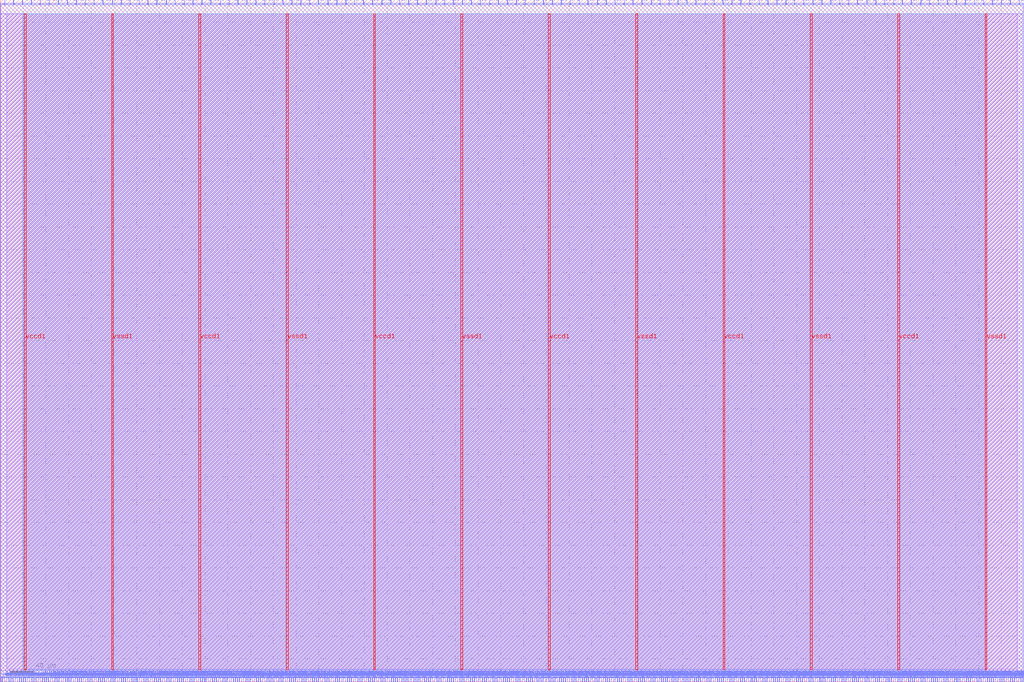
<source format=lef>
VERSION 5.7 ;
  NOWIREEXTENSIONATPIN ON ;
  DIVIDERCHAR "/" ;
  BUSBITCHARS "[]" ;
MACRO user_proj_example
  CLASS BLOCK ;
  FOREIGN user_proj_example ;
  ORIGIN 0.000 0.000 ;
  SIZE 900.000 BY 600.000 ;
  PIN io_in[0]
    DIRECTION INPUT ;
    USE SIGNAL ;
    PORT
      LAYER met2 ;
        RECT 3.770 596.000 4.050 600.000 ;
    END
  END io_in[0]
  PIN io_in[10]
    DIRECTION INPUT ;
    USE SIGNAL ;
    PORT
      LAYER met2 ;
        RECT 240.670 596.000 240.950 600.000 ;
    END
  END io_in[10]
  PIN io_in[11]
    DIRECTION INPUT ;
    USE SIGNAL ;
    PORT
      LAYER met2 ;
        RECT 264.130 596.000 264.410 600.000 ;
    END
  END io_in[11]
  PIN io_in[12]
    DIRECTION INPUT ;
    USE SIGNAL ;
    PORT
      LAYER met2 ;
        RECT 288.050 596.000 288.330 600.000 ;
    END
  END io_in[12]
  PIN io_in[13]
    DIRECTION INPUT ;
    USE SIGNAL ;
    PORT
      LAYER met2 ;
        RECT 311.510 596.000 311.790 600.000 ;
    END
  END io_in[13]
  PIN io_in[14]
    DIRECTION INPUT ;
    USE SIGNAL ;
    PORT
      LAYER met2 ;
        RECT 335.430 596.000 335.710 600.000 ;
    END
  END io_in[14]
  PIN io_in[15]
    DIRECTION INPUT ;
    USE SIGNAL ;
    PORT
      LAYER met2 ;
        RECT 358.890 596.000 359.170 600.000 ;
    END
  END io_in[15]
  PIN io_in[16]
    DIRECTION INPUT ;
    USE SIGNAL ;
    PORT
      LAYER met2 ;
        RECT 382.810 596.000 383.090 600.000 ;
    END
  END io_in[16]
  PIN io_in[17]
    DIRECTION INPUT ;
    USE SIGNAL ;
    PORT
      LAYER met2 ;
        RECT 406.270 596.000 406.550 600.000 ;
    END
  END io_in[17]
  PIN io_in[18]
    DIRECTION INPUT ;
    USE SIGNAL ;
    PORT
      LAYER met2 ;
        RECT 430.190 596.000 430.470 600.000 ;
    END
  END io_in[18]
  PIN io_in[19]
    DIRECTION INPUT ;
    USE SIGNAL ;
    PORT
      LAYER met2 ;
        RECT 453.650 596.000 453.930 600.000 ;
    END
  END io_in[19]
  PIN io_in[1]
    DIRECTION INPUT ;
    USE SIGNAL ;
    PORT
      LAYER met2 ;
        RECT 27.230 596.000 27.510 600.000 ;
    END
  END io_in[1]
  PIN io_in[20]
    DIRECTION INPUT ;
    USE SIGNAL ;
    PORT
      LAYER met2 ;
        RECT 477.570 596.000 477.850 600.000 ;
    END
  END io_in[20]
  PIN io_in[21]
    DIRECTION INPUT ;
    USE SIGNAL ;
    PORT
      LAYER met2 ;
        RECT 501.030 596.000 501.310 600.000 ;
    END
  END io_in[21]
  PIN io_in[22]
    DIRECTION INPUT ;
    USE SIGNAL ;
    PORT
      LAYER met2 ;
        RECT 524.950 596.000 525.230 600.000 ;
    END
  END io_in[22]
  PIN io_in[23]
    DIRECTION INPUT ;
    USE SIGNAL ;
    PORT
      LAYER met2 ;
        RECT 548.410 596.000 548.690 600.000 ;
    END
  END io_in[23]
  PIN io_in[24]
    DIRECTION INPUT ;
    USE SIGNAL ;
    PORT
      LAYER met2 ;
        RECT 572.330 596.000 572.610 600.000 ;
    END
  END io_in[24]
  PIN io_in[25]
    DIRECTION INPUT ;
    USE SIGNAL ;
    PORT
      LAYER met2 ;
        RECT 595.790 596.000 596.070 600.000 ;
    END
  END io_in[25]
  PIN io_in[26]
    DIRECTION INPUT ;
    USE SIGNAL ;
    PORT
      LAYER met2 ;
        RECT 619.710 596.000 619.990 600.000 ;
    END
  END io_in[26]
  PIN io_in[27]
    DIRECTION INPUT ;
    USE SIGNAL ;
    PORT
      LAYER met2 ;
        RECT 643.170 596.000 643.450 600.000 ;
    END
  END io_in[27]
  PIN io_in[28]
    DIRECTION INPUT ;
    USE SIGNAL ;
    PORT
      LAYER met2 ;
        RECT 667.090 596.000 667.370 600.000 ;
    END
  END io_in[28]
  PIN io_in[29]
    DIRECTION INPUT ;
    USE SIGNAL ;
    PORT
      LAYER met2 ;
        RECT 690.550 596.000 690.830 600.000 ;
    END
  END io_in[29]
  PIN io_in[2]
    DIRECTION INPUT ;
    USE SIGNAL ;
    PORT
      LAYER met2 ;
        RECT 51.150 596.000 51.430 600.000 ;
    END
  END io_in[2]
  PIN io_in[30]
    DIRECTION INPUT ;
    USE SIGNAL ;
    PORT
      LAYER met2 ;
        RECT 714.470 596.000 714.750 600.000 ;
    END
  END io_in[30]
  PIN io_in[31]
    DIRECTION INPUT ;
    USE SIGNAL ;
    PORT
      LAYER met2 ;
        RECT 737.930 596.000 738.210 600.000 ;
    END
  END io_in[31]
  PIN io_in[32]
    DIRECTION INPUT ;
    USE SIGNAL ;
    PORT
      LAYER met2 ;
        RECT 761.850 596.000 762.130 600.000 ;
    END
  END io_in[32]
  PIN io_in[33]
    DIRECTION INPUT ;
    USE SIGNAL ;
    PORT
      LAYER met2 ;
        RECT 785.310 596.000 785.590 600.000 ;
    END
  END io_in[33]
  PIN io_in[34]
    DIRECTION INPUT ;
    USE SIGNAL ;
    PORT
      LAYER met2 ;
        RECT 809.230 596.000 809.510 600.000 ;
    END
  END io_in[34]
  PIN io_in[35]
    DIRECTION INPUT ;
    USE SIGNAL ;
    PORT
      LAYER met2 ;
        RECT 832.690 596.000 832.970 600.000 ;
    END
  END io_in[35]
  PIN io_in[36]
    DIRECTION INPUT ;
    USE SIGNAL ;
    PORT
      LAYER met2 ;
        RECT 856.610 596.000 856.890 600.000 ;
    END
  END io_in[36]
  PIN io_in[37]
    DIRECTION INPUT ;
    USE SIGNAL ;
    PORT
      LAYER met2 ;
        RECT 880.070 596.000 880.350 600.000 ;
    END
  END io_in[37]
  PIN io_in[3]
    DIRECTION INPUT ;
    USE SIGNAL ;
    PORT
      LAYER met2 ;
        RECT 74.610 596.000 74.890 600.000 ;
    END
  END io_in[3]
  PIN io_in[4]
    DIRECTION INPUT ;
    USE SIGNAL ;
    PORT
      LAYER met2 ;
        RECT 98.530 596.000 98.810 600.000 ;
    END
  END io_in[4]
  PIN io_in[5]
    DIRECTION INPUT ;
    USE SIGNAL ;
    PORT
      LAYER met2 ;
        RECT 121.990 596.000 122.270 600.000 ;
    END
  END io_in[5]
  PIN io_in[6]
    DIRECTION INPUT ;
    USE SIGNAL ;
    PORT
      LAYER met2 ;
        RECT 145.910 596.000 146.190 600.000 ;
    END
  END io_in[6]
  PIN io_in[7]
    DIRECTION INPUT ;
    USE SIGNAL ;
    PORT
      LAYER met2 ;
        RECT 169.370 596.000 169.650 600.000 ;
    END
  END io_in[7]
  PIN io_in[8]
    DIRECTION INPUT ;
    USE SIGNAL ;
    PORT
      LAYER met2 ;
        RECT 193.290 596.000 193.570 600.000 ;
    END
  END io_in[8]
  PIN io_in[9]
    DIRECTION INPUT ;
    USE SIGNAL ;
    PORT
      LAYER met2 ;
        RECT 216.750 596.000 217.030 600.000 ;
    END
  END io_in[9]
  PIN io_oeb[0]
    DIRECTION OUTPUT TRISTATE ;
    USE SIGNAL ;
    PORT
      LAYER met2 ;
        RECT 11.590 596.000 11.870 600.000 ;
    END
  END io_oeb[0]
  PIN io_oeb[10]
    DIRECTION OUTPUT TRISTATE ;
    USE SIGNAL ;
    PORT
      LAYER met2 ;
        RECT 248.490 596.000 248.770 600.000 ;
    END
  END io_oeb[10]
  PIN io_oeb[11]
    DIRECTION OUTPUT TRISTATE ;
    USE SIGNAL ;
    PORT
      LAYER met2 ;
        RECT 271.950 596.000 272.230 600.000 ;
    END
  END io_oeb[11]
  PIN io_oeb[12]
    DIRECTION OUTPUT TRISTATE ;
    USE SIGNAL ;
    PORT
      LAYER met2 ;
        RECT 295.870 596.000 296.150 600.000 ;
    END
  END io_oeb[12]
  PIN io_oeb[13]
    DIRECTION OUTPUT TRISTATE ;
    USE SIGNAL ;
    PORT
      LAYER met2 ;
        RECT 319.330 596.000 319.610 600.000 ;
    END
  END io_oeb[13]
  PIN io_oeb[14]
    DIRECTION OUTPUT TRISTATE ;
    USE SIGNAL ;
    PORT
      LAYER met2 ;
        RECT 343.250 596.000 343.530 600.000 ;
    END
  END io_oeb[14]
  PIN io_oeb[15]
    DIRECTION OUTPUT TRISTATE ;
    USE SIGNAL ;
    PORT
      LAYER met2 ;
        RECT 366.710 596.000 366.990 600.000 ;
    END
  END io_oeb[15]
  PIN io_oeb[16]
    DIRECTION OUTPUT TRISTATE ;
    USE SIGNAL ;
    PORT
      LAYER met2 ;
        RECT 390.630 596.000 390.910 600.000 ;
    END
  END io_oeb[16]
  PIN io_oeb[17]
    DIRECTION OUTPUT TRISTATE ;
    USE SIGNAL ;
    PORT
      LAYER met2 ;
        RECT 414.090 596.000 414.370 600.000 ;
    END
  END io_oeb[17]
  PIN io_oeb[18]
    DIRECTION OUTPUT TRISTATE ;
    USE SIGNAL ;
    PORT
      LAYER met2 ;
        RECT 438.010 596.000 438.290 600.000 ;
    END
  END io_oeb[18]
  PIN io_oeb[19]
    DIRECTION OUTPUT TRISTATE ;
    USE SIGNAL ;
    PORT
      LAYER met2 ;
        RECT 461.470 596.000 461.750 600.000 ;
    END
  END io_oeb[19]
  PIN io_oeb[1]
    DIRECTION OUTPUT TRISTATE ;
    USE SIGNAL ;
    PORT
      LAYER met2 ;
        RECT 35.050 596.000 35.330 600.000 ;
    END
  END io_oeb[1]
  PIN io_oeb[20]
    DIRECTION OUTPUT TRISTATE ;
    USE SIGNAL ;
    PORT
      LAYER met2 ;
        RECT 485.390 596.000 485.670 600.000 ;
    END
  END io_oeb[20]
  PIN io_oeb[21]
    DIRECTION OUTPUT TRISTATE ;
    USE SIGNAL ;
    PORT
      LAYER met2 ;
        RECT 508.850 596.000 509.130 600.000 ;
    END
  END io_oeb[21]
  PIN io_oeb[22]
    DIRECTION OUTPUT TRISTATE ;
    USE SIGNAL ;
    PORT
      LAYER met2 ;
        RECT 532.770 596.000 533.050 600.000 ;
    END
  END io_oeb[22]
  PIN io_oeb[23]
    DIRECTION OUTPUT TRISTATE ;
    USE SIGNAL ;
    PORT
      LAYER met2 ;
        RECT 556.230 596.000 556.510 600.000 ;
    END
  END io_oeb[23]
  PIN io_oeb[24]
    DIRECTION OUTPUT TRISTATE ;
    USE SIGNAL ;
    PORT
      LAYER met2 ;
        RECT 580.150 596.000 580.430 600.000 ;
    END
  END io_oeb[24]
  PIN io_oeb[25]
    DIRECTION OUTPUT TRISTATE ;
    USE SIGNAL ;
    PORT
      LAYER met2 ;
        RECT 603.610 596.000 603.890 600.000 ;
    END
  END io_oeb[25]
  PIN io_oeb[26]
    DIRECTION OUTPUT TRISTATE ;
    USE SIGNAL ;
    PORT
      LAYER met2 ;
        RECT 627.530 596.000 627.810 600.000 ;
    END
  END io_oeb[26]
  PIN io_oeb[27]
    DIRECTION OUTPUT TRISTATE ;
    USE SIGNAL ;
    PORT
      LAYER met2 ;
        RECT 650.990 596.000 651.270 600.000 ;
    END
  END io_oeb[27]
  PIN io_oeb[28]
    DIRECTION OUTPUT TRISTATE ;
    USE SIGNAL ;
    PORT
      LAYER met2 ;
        RECT 674.910 596.000 675.190 600.000 ;
    END
  END io_oeb[28]
  PIN io_oeb[29]
    DIRECTION OUTPUT TRISTATE ;
    USE SIGNAL ;
    PORT
      LAYER met2 ;
        RECT 698.370 596.000 698.650 600.000 ;
    END
  END io_oeb[29]
  PIN io_oeb[2]
    DIRECTION OUTPUT TRISTATE ;
    USE SIGNAL ;
    PORT
      LAYER met2 ;
        RECT 58.970 596.000 59.250 600.000 ;
    END
  END io_oeb[2]
  PIN io_oeb[30]
    DIRECTION OUTPUT TRISTATE ;
    USE SIGNAL ;
    PORT
      LAYER met2 ;
        RECT 722.290 596.000 722.570 600.000 ;
    END
  END io_oeb[30]
  PIN io_oeb[31]
    DIRECTION OUTPUT TRISTATE ;
    USE SIGNAL ;
    PORT
      LAYER met2 ;
        RECT 745.750 596.000 746.030 600.000 ;
    END
  END io_oeb[31]
  PIN io_oeb[32]
    DIRECTION OUTPUT TRISTATE ;
    USE SIGNAL ;
    PORT
      LAYER met2 ;
        RECT 769.670 596.000 769.950 600.000 ;
    END
  END io_oeb[32]
  PIN io_oeb[33]
    DIRECTION OUTPUT TRISTATE ;
    USE SIGNAL ;
    PORT
      LAYER met2 ;
        RECT 793.130 596.000 793.410 600.000 ;
    END
  END io_oeb[33]
  PIN io_oeb[34]
    DIRECTION OUTPUT TRISTATE ;
    USE SIGNAL ;
    PORT
      LAYER met2 ;
        RECT 817.050 596.000 817.330 600.000 ;
    END
  END io_oeb[34]
  PIN io_oeb[35]
    DIRECTION OUTPUT TRISTATE ;
    USE SIGNAL ;
    PORT
      LAYER met2 ;
        RECT 840.510 596.000 840.790 600.000 ;
    END
  END io_oeb[35]
  PIN io_oeb[36]
    DIRECTION OUTPUT TRISTATE ;
    USE SIGNAL ;
    PORT
      LAYER met2 ;
        RECT 864.430 596.000 864.710 600.000 ;
    END
  END io_oeb[36]
  PIN io_oeb[37]
    DIRECTION OUTPUT TRISTATE ;
    USE SIGNAL ;
    PORT
      LAYER met2 ;
        RECT 887.890 596.000 888.170 600.000 ;
    END
  END io_oeb[37]
  PIN io_oeb[3]
    DIRECTION OUTPUT TRISTATE ;
    USE SIGNAL ;
    PORT
      LAYER met2 ;
        RECT 82.430 596.000 82.710 600.000 ;
    END
  END io_oeb[3]
  PIN io_oeb[4]
    DIRECTION OUTPUT TRISTATE ;
    USE SIGNAL ;
    PORT
      LAYER met2 ;
        RECT 106.350 596.000 106.630 600.000 ;
    END
  END io_oeb[4]
  PIN io_oeb[5]
    DIRECTION OUTPUT TRISTATE ;
    USE SIGNAL ;
    PORT
      LAYER met2 ;
        RECT 129.810 596.000 130.090 600.000 ;
    END
  END io_oeb[5]
  PIN io_oeb[6]
    DIRECTION OUTPUT TRISTATE ;
    USE SIGNAL ;
    PORT
      LAYER met2 ;
        RECT 153.730 596.000 154.010 600.000 ;
    END
  END io_oeb[6]
  PIN io_oeb[7]
    DIRECTION OUTPUT TRISTATE ;
    USE SIGNAL ;
    PORT
      LAYER met2 ;
        RECT 177.190 596.000 177.470 600.000 ;
    END
  END io_oeb[7]
  PIN io_oeb[8]
    DIRECTION OUTPUT TRISTATE ;
    USE SIGNAL ;
    PORT
      LAYER met2 ;
        RECT 201.110 596.000 201.390 600.000 ;
    END
  END io_oeb[8]
  PIN io_oeb[9]
    DIRECTION OUTPUT TRISTATE ;
    USE SIGNAL ;
    PORT
      LAYER met2 ;
        RECT 224.570 596.000 224.850 600.000 ;
    END
  END io_oeb[9]
  PIN io_out[0]
    DIRECTION OUTPUT TRISTATE ;
    USE SIGNAL ;
    PORT
      LAYER met2 ;
        RECT 19.410 596.000 19.690 600.000 ;
    END
  END io_out[0]
  PIN io_out[10]
    DIRECTION OUTPUT TRISTATE ;
    USE SIGNAL ;
    PORT
      LAYER met2 ;
        RECT 256.310 596.000 256.590 600.000 ;
    END
  END io_out[10]
  PIN io_out[11]
    DIRECTION OUTPUT TRISTATE ;
    USE SIGNAL ;
    PORT
      LAYER met2 ;
        RECT 279.770 596.000 280.050 600.000 ;
    END
  END io_out[11]
  PIN io_out[12]
    DIRECTION OUTPUT TRISTATE ;
    USE SIGNAL ;
    PORT
      LAYER met2 ;
        RECT 303.690 596.000 303.970 600.000 ;
    END
  END io_out[12]
  PIN io_out[13]
    DIRECTION OUTPUT TRISTATE ;
    USE SIGNAL ;
    PORT
      LAYER met2 ;
        RECT 327.150 596.000 327.430 600.000 ;
    END
  END io_out[13]
  PIN io_out[14]
    DIRECTION OUTPUT TRISTATE ;
    USE SIGNAL ;
    PORT
      LAYER met2 ;
        RECT 351.070 596.000 351.350 600.000 ;
    END
  END io_out[14]
  PIN io_out[15]
    DIRECTION OUTPUT TRISTATE ;
    USE SIGNAL ;
    PORT
      LAYER met2 ;
        RECT 374.530 596.000 374.810 600.000 ;
    END
  END io_out[15]
  PIN io_out[16]
    DIRECTION OUTPUT TRISTATE ;
    USE SIGNAL ;
    PORT
      LAYER met2 ;
        RECT 398.450 596.000 398.730 600.000 ;
    END
  END io_out[16]
  PIN io_out[17]
    DIRECTION OUTPUT TRISTATE ;
    USE SIGNAL ;
    PORT
      LAYER met2 ;
        RECT 421.910 596.000 422.190 600.000 ;
    END
  END io_out[17]
  PIN io_out[18]
    DIRECTION OUTPUT TRISTATE ;
    USE SIGNAL ;
    PORT
      LAYER met2 ;
        RECT 445.830 596.000 446.110 600.000 ;
    END
  END io_out[18]
  PIN io_out[19]
    DIRECTION OUTPUT TRISTATE ;
    USE SIGNAL ;
    PORT
      LAYER met2 ;
        RECT 469.290 596.000 469.570 600.000 ;
    END
  END io_out[19]
  PIN io_out[1]
    DIRECTION OUTPUT TRISTATE ;
    USE SIGNAL ;
    PORT
      LAYER met2 ;
        RECT 42.870 596.000 43.150 600.000 ;
    END
  END io_out[1]
  PIN io_out[20]
    DIRECTION OUTPUT TRISTATE ;
    USE SIGNAL ;
    PORT
      LAYER met2 ;
        RECT 493.210 596.000 493.490 600.000 ;
    END
  END io_out[20]
  PIN io_out[21]
    DIRECTION OUTPUT TRISTATE ;
    USE SIGNAL ;
    PORT
      LAYER met2 ;
        RECT 516.670 596.000 516.950 600.000 ;
    END
  END io_out[21]
  PIN io_out[22]
    DIRECTION OUTPUT TRISTATE ;
    USE SIGNAL ;
    PORT
      LAYER met2 ;
        RECT 540.590 596.000 540.870 600.000 ;
    END
  END io_out[22]
  PIN io_out[23]
    DIRECTION OUTPUT TRISTATE ;
    USE SIGNAL ;
    PORT
      LAYER met2 ;
        RECT 564.050 596.000 564.330 600.000 ;
    END
  END io_out[23]
  PIN io_out[24]
    DIRECTION OUTPUT TRISTATE ;
    USE SIGNAL ;
    PORT
      LAYER met2 ;
        RECT 587.970 596.000 588.250 600.000 ;
    END
  END io_out[24]
  PIN io_out[25]
    DIRECTION OUTPUT TRISTATE ;
    USE SIGNAL ;
    PORT
      LAYER met2 ;
        RECT 611.430 596.000 611.710 600.000 ;
    END
  END io_out[25]
  PIN io_out[26]
    DIRECTION OUTPUT TRISTATE ;
    USE SIGNAL ;
    PORT
      LAYER met2 ;
        RECT 635.350 596.000 635.630 600.000 ;
    END
  END io_out[26]
  PIN io_out[27]
    DIRECTION OUTPUT TRISTATE ;
    USE SIGNAL ;
    PORT
      LAYER met2 ;
        RECT 658.810 596.000 659.090 600.000 ;
    END
  END io_out[27]
  PIN io_out[28]
    DIRECTION OUTPUT TRISTATE ;
    USE SIGNAL ;
    PORT
      LAYER met2 ;
        RECT 682.730 596.000 683.010 600.000 ;
    END
  END io_out[28]
  PIN io_out[29]
    DIRECTION OUTPUT TRISTATE ;
    USE SIGNAL ;
    PORT
      LAYER met2 ;
        RECT 706.190 596.000 706.470 600.000 ;
    END
  END io_out[29]
  PIN io_out[2]
    DIRECTION OUTPUT TRISTATE ;
    USE SIGNAL ;
    PORT
      LAYER met2 ;
        RECT 66.790 596.000 67.070 600.000 ;
    END
  END io_out[2]
  PIN io_out[30]
    DIRECTION OUTPUT TRISTATE ;
    USE SIGNAL ;
    PORT
      LAYER met2 ;
        RECT 730.110 596.000 730.390 600.000 ;
    END
  END io_out[30]
  PIN io_out[31]
    DIRECTION OUTPUT TRISTATE ;
    USE SIGNAL ;
    PORT
      LAYER met2 ;
        RECT 753.570 596.000 753.850 600.000 ;
    END
  END io_out[31]
  PIN io_out[32]
    DIRECTION OUTPUT TRISTATE ;
    USE SIGNAL ;
    PORT
      LAYER met2 ;
        RECT 777.490 596.000 777.770 600.000 ;
    END
  END io_out[32]
  PIN io_out[33]
    DIRECTION OUTPUT TRISTATE ;
    USE SIGNAL ;
    PORT
      LAYER met2 ;
        RECT 800.950 596.000 801.230 600.000 ;
    END
  END io_out[33]
  PIN io_out[34]
    DIRECTION OUTPUT TRISTATE ;
    USE SIGNAL ;
    PORT
      LAYER met2 ;
        RECT 824.870 596.000 825.150 600.000 ;
    END
  END io_out[34]
  PIN io_out[35]
    DIRECTION OUTPUT TRISTATE ;
    USE SIGNAL ;
    PORT
      LAYER met2 ;
        RECT 848.330 596.000 848.610 600.000 ;
    END
  END io_out[35]
  PIN io_out[36]
    DIRECTION OUTPUT TRISTATE ;
    USE SIGNAL ;
    PORT
      LAYER met2 ;
        RECT 872.250 596.000 872.530 600.000 ;
    END
  END io_out[36]
  PIN io_out[37]
    DIRECTION OUTPUT TRISTATE ;
    USE SIGNAL ;
    PORT
      LAYER met2 ;
        RECT 895.710 596.000 895.990 600.000 ;
    END
  END io_out[37]
  PIN io_out[3]
    DIRECTION OUTPUT TRISTATE ;
    USE SIGNAL ;
    PORT
      LAYER met2 ;
        RECT 90.250 596.000 90.530 600.000 ;
    END
  END io_out[3]
  PIN io_out[4]
    DIRECTION OUTPUT TRISTATE ;
    USE SIGNAL ;
    PORT
      LAYER met2 ;
        RECT 114.170 596.000 114.450 600.000 ;
    END
  END io_out[4]
  PIN io_out[5]
    DIRECTION OUTPUT TRISTATE ;
    USE SIGNAL ;
    PORT
      LAYER met2 ;
        RECT 137.630 596.000 137.910 600.000 ;
    END
  END io_out[5]
  PIN io_out[6]
    DIRECTION OUTPUT TRISTATE ;
    USE SIGNAL ;
    PORT
      LAYER met2 ;
        RECT 161.550 596.000 161.830 600.000 ;
    END
  END io_out[6]
  PIN io_out[7]
    DIRECTION OUTPUT TRISTATE ;
    USE SIGNAL ;
    PORT
      LAYER met2 ;
        RECT 185.010 596.000 185.290 600.000 ;
    END
  END io_out[7]
  PIN io_out[8]
    DIRECTION OUTPUT TRISTATE ;
    USE SIGNAL ;
    PORT
      LAYER met2 ;
        RECT 208.930 596.000 209.210 600.000 ;
    END
  END io_out[8]
  PIN io_out[9]
    DIRECTION OUTPUT TRISTATE ;
    USE SIGNAL ;
    PORT
      LAYER met2 ;
        RECT 232.390 596.000 232.670 600.000 ;
    END
  END io_out[9]
  PIN irq[0]
    DIRECTION OUTPUT TRISTATE ;
    USE SIGNAL ;
    PORT
      LAYER met2 ;
        RECT 895.250 0.000 895.530 4.000 ;
    END
  END irq[0]
  PIN irq[1]
    DIRECTION OUTPUT TRISTATE ;
    USE SIGNAL ;
    PORT
      LAYER met2 ;
        RECT 897.090 0.000 897.370 4.000 ;
    END
  END irq[1]
  PIN irq[2]
    DIRECTION OUTPUT TRISTATE ;
    USE SIGNAL ;
    PORT
      LAYER met2 ;
        RECT 898.930 0.000 899.210 4.000 ;
    END
  END irq[2]
  PIN la_data_in[0]
    DIRECTION INPUT ;
    USE SIGNAL ;
    PORT
      LAYER met2 ;
        RECT 193.750 0.000 194.030 4.000 ;
    END
  END la_data_in[0]
  PIN la_data_in[100]
    DIRECTION INPUT ;
    USE SIGNAL ;
    PORT
      LAYER met2 ;
        RECT 741.610 0.000 741.890 4.000 ;
    END
  END la_data_in[100]
  PIN la_data_in[101]
    DIRECTION INPUT ;
    USE SIGNAL ;
    PORT
      LAYER met2 ;
        RECT 747.130 0.000 747.410 4.000 ;
    END
  END la_data_in[101]
  PIN la_data_in[102]
    DIRECTION INPUT ;
    USE SIGNAL ;
    PORT
      LAYER met2 ;
        RECT 752.650 0.000 752.930 4.000 ;
    END
  END la_data_in[102]
  PIN la_data_in[103]
    DIRECTION INPUT ;
    USE SIGNAL ;
    PORT
      LAYER met2 ;
        RECT 758.170 0.000 758.450 4.000 ;
    END
  END la_data_in[103]
  PIN la_data_in[104]
    DIRECTION INPUT ;
    USE SIGNAL ;
    PORT
      LAYER met2 ;
        RECT 763.690 0.000 763.970 4.000 ;
    END
  END la_data_in[104]
  PIN la_data_in[105]
    DIRECTION INPUT ;
    USE SIGNAL ;
    PORT
      LAYER met2 ;
        RECT 769.210 0.000 769.490 4.000 ;
    END
  END la_data_in[105]
  PIN la_data_in[106]
    DIRECTION INPUT ;
    USE SIGNAL ;
    PORT
      LAYER met2 ;
        RECT 774.730 0.000 775.010 4.000 ;
    END
  END la_data_in[106]
  PIN la_data_in[107]
    DIRECTION INPUT ;
    USE SIGNAL ;
    PORT
      LAYER met2 ;
        RECT 780.250 0.000 780.530 4.000 ;
    END
  END la_data_in[107]
  PIN la_data_in[108]
    DIRECTION INPUT ;
    USE SIGNAL ;
    PORT
      LAYER met2 ;
        RECT 785.310 0.000 785.590 4.000 ;
    END
  END la_data_in[108]
  PIN la_data_in[109]
    DIRECTION INPUT ;
    USE SIGNAL ;
    PORT
      LAYER met2 ;
        RECT 790.830 0.000 791.110 4.000 ;
    END
  END la_data_in[109]
  PIN la_data_in[10]
    DIRECTION INPUT ;
    USE SIGNAL ;
    PORT
      LAYER met2 ;
        RECT 248.490 0.000 248.770 4.000 ;
    END
  END la_data_in[10]
  PIN la_data_in[110]
    DIRECTION INPUT ;
    USE SIGNAL ;
    PORT
      LAYER met2 ;
        RECT 796.350 0.000 796.630 4.000 ;
    END
  END la_data_in[110]
  PIN la_data_in[111]
    DIRECTION INPUT ;
    USE SIGNAL ;
    PORT
      LAYER met2 ;
        RECT 801.870 0.000 802.150 4.000 ;
    END
  END la_data_in[111]
  PIN la_data_in[112]
    DIRECTION INPUT ;
    USE SIGNAL ;
    PORT
      LAYER met2 ;
        RECT 807.390 0.000 807.670 4.000 ;
    END
  END la_data_in[112]
  PIN la_data_in[113]
    DIRECTION INPUT ;
    USE SIGNAL ;
    PORT
      LAYER met2 ;
        RECT 812.910 0.000 813.190 4.000 ;
    END
  END la_data_in[113]
  PIN la_data_in[114]
    DIRECTION INPUT ;
    USE SIGNAL ;
    PORT
      LAYER met2 ;
        RECT 818.430 0.000 818.710 4.000 ;
    END
  END la_data_in[114]
  PIN la_data_in[115]
    DIRECTION INPUT ;
    USE SIGNAL ;
    PORT
      LAYER met2 ;
        RECT 823.950 0.000 824.230 4.000 ;
    END
  END la_data_in[115]
  PIN la_data_in[116]
    DIRECTION INPUT ;
    USE SIGNAL ;
    PORT
      LAYER met2 ;
        RECT 829.470 0.000 829.750 4.000 ;
    END
  END la_data_in[116]
  PIN la_data_in[117]
    DIRECTION INPUT ;
    USE SIGNAL ;
    PORT
      LAYER met2 ;
        RECT 834.990 0.000 835.270 4.000 ;
    END
  END la_data_in[117]
  PIN la_data_in[118]
    DIRECTION INPUT ;
    USE SIGNAL ;
    PORT
      LAYER met2 ;
        RECT 840.510 0.000 840.790 4.000 ;
    END
  END la_data_in[118]
  PIN la_data_in[119]
    DIRECTION INPUT ;
    USE SIGNAL ;
    PORT
      LAYER met2 ;
        RECT 845.570 0.000 845.850 4.000 ;
    END
  END la_data_in[119]
  PIN la_data_in[11]
    DIRECTION INPUT ;
    USE SIGNAL ;
    PORT
      LAYER met2 ;
        RECT 254.010 0.000 254.290 4.000 ;
    END
  END la_data_in[11]
  PIN la_data_in[120]
    DIRECTION INPUT ;
    USE SIGNAL ;
    PORT
      LAYER met2 ;
        RECT 851.090 0.000 851.370 4.000 ;
    END
  END la_data_in[120]
  PIN la_data_in[121]
    DIRECTION INPUT ;
    USE SIGNAL ;
    PORT
      LAYER met2 ;
        RECT 856.610 0.000 856.890 4.000 ;
    END
  END la_data_in[121]
  PIN la_data_in[122]
    DIRECTION INPUT ;
    USE SIGNAL ;
    PORT
      LAYER met2 ;
        RECT 862.130 0.000 862.410 4.000 ;
    END
  END la_data_in[122]
  PIN la_data_in[123]
    DIRECTION INPUT ;
    USE SIGNAL ;
    PORT
      LAYER met2 ;
        RECT 867.650 0.000 867.930 4.000 ;
    END
  END la_data_in[123]
  PIN la_data_in[124]
    DIRECTION INPUT ;
    USE SIGNAL ;
    PORT
      LAYER met2 ;
        RECT 873.170 0.000 873.450 4.000 ;
    END
  END la_data_in[124]
  PIN la_data_in[125]
    DIRECTION INPUT ;
    USE SIGNAL ;
    PORT
      LAYER met2 ;
        RECT 878.690 0.000 878.970 4.000 ;
    END
  END la_data_in[125]
  PIN la_data_in[126]
    DIRECTION INPUT ;
    USE SIGNAL ;
    PORT
      LAYER met2 ;
        RECT 884.210 0.000 884.490 4.000 ;
    END
  END la_data_in[126]
  PIN la_data_in[127]
    DIRECTION INPUT ;
    USE SIGNAL ;
    PORT
      LAYER met2 ;
        RECT 889.730 0.000 890.010 4.000 ;
    END
  END la_data_in[127]
  PIN la_data_in[12]
    DIRECTION INPUT ;
    USE SIGNAL ;
    PORT
      LAYER met2 ;
        RECT 259.530 0.000 259.810 4.000 ;
    END
  END la_data_in[12]
  PIN la_data_in[13]
    DIRECTION INPUT ;
    USE SIGNAL ;
    PORT
      LAYER met2 ;
        RECT 265.050 0.000 265.330 4.000 ;
    END
  END la_data_in[13]
  PIN la_data_in[14]
    DIRECTION INPUT ;
    USE SIGNAL ;
    PORT
      LAYER met2 ;
        RECT 270.570 0.000 270.850 4.000 ;
    END
  END la_data_in[14]
  PIN la_data_in[15]
    DIRECTION INPUT ;
    USE SIGNAL ;
    PORT
      LAYER met2 ;
        RECT 276.090 0.000 276.370 4.000 ;
    END
  END la_data_in[15]
  PIN la_data_in[16]
    DIRECTION INPUT ;
    USE SIGNAL ;
    PORT
      LAYER met2 ;
        RECT 281.610 0.000 281.890 4.000 ;
    END
  END la_data_in[16]
  PIN la_data_in[17]
    DIRECTION INPUT ;
    USE SIGNAL ;
    PORT
      LAYER met2 ;
        RECT 287.130 0.000 287.410 4.000 ;
    END
  END la_data_in[17]
  PIN la_data_in[18]
    DIRECTION INPUT ;
    USE SIGNAL ;
    PORT
      LAYER met2 ;
        RECT 292.650 0.000 292.930 4.000 ;
    END
  END la_data_in[18]
  PIN la_data_in[19]
    DIRECTION INPUT ;
    USE SIGNAL ;
    PORT
      LAYER met2 ;
        RECT 298.170 0.000 298.450 4.000 ;
    END
  END la_data_in[19]
  PIN la_data_in[1]
    DIRECTION INPUT ;
    USE SIGNAL ;
    PORT
      LAYER met2 ;
        RECT 199.270 0.000 199.550 4.000 ;
    END
  END la_data_in[1]
  PIN la_data_in[20]
    DIRECTION INPUT ;
    USE SIGNAL ;
    PORT
      LAYER met2 ;
        RECT 303.230 0.000 303.510 4.000 ;
    END
  END la_data_in[20]
  PIN la_data_in[21]
    DIRECTION INPUT ;
    USE SIGNAL ;
    PORT
      LAYER met2 ;
        RECT 308.750 0.000 309.030 4.000 ;
    END
  END la_data_in[21]
  PIN la_data_in[22]
    DIRECTION INPUT ;
    USE SIGNAL ;
    PORT
      LAYER met2 ;
        RECT 314.270 0.000 314.550 4.000 ;
    END
  END la_data_in[22]
  PIN la_data_in[23]
    DIRECTION INPUT ;
    USE SIGNAL ;
    PORT
      LAYER met2 ;
        RECT 319.790 0.000 320.070 4.000 ;
    END
  END la_data_in[23]
  PIN la_data_in[24]
    DIRECTION INPUT ;
    USE SIGNAL ;
    PORT
      LAYER met2 ;
        RECT 325.310 0.000 325.590 4.000 ;
    END
  END la_data_in[24]
  PIN la_data_in[25]
    DIRECTION INPUT ;
    USE SIGNAL ;
    PORT
      LAYER met2 ;
        RECT 330.830 0.000 331.110 4.000 ;
    END
  END la_data_in[25]
  PIN la_data_in[26]
    DIRECTION INPUT ;
    USE SIGNAL ;
    PORT
      LAYER met2 ;
        RECT 336.350 0.000 336.630 4.000 ;
    END
  END la_data_in[26]
  PIN la_data_in[27]
    DIRECTION INPUT ;
    USE SIGNAL ;
    PORT
      LAYER met2 ;
        RECT 341.870 0.000 342.150 4.000 ;
    END
  END la_data_in[27]
  PIN la_data_in[28]
    DIRECTION INPUT ;
    USE SIGNAL ;
    PORT
      LAYER met2 ;
        RECT 347.390 0.000 347.670 4.000 ;
    END
  END la_data_in[28]
  PIN la_data_in[29]
    DIRECTION INPUT ;
    USE SIGNAL ;
    PORT
      LAYER met2 ;
        RECT 352.910 0.000 353.190 4.000 ;
    END
  END la_data_in[29]
  PIN la_data_in[2]
    DIRECTION INPUT ;
    USE SIGNAL ;
    PORT
      LAYER met2 ;
        RECT 204.790 0.000 205.070 4.000 ;
    END
  END la_data_in[2]
  PIN la_data_in[30]
    DIRECTION INPUT ;
    USE SIGNAL ;
    PORT
      LAYER met2 ;
        RECT 358.430 0.000 358.710 4.000 ;
    END
  END la_data_in[30]
  PIN la_data_in[31]
    DIRECTION INPUT ;
    USE SIGNAL ;
    PORT
      LAYER met2 ;
        RECT 363.490 0.000 363.770 4.000 ;
    END
  END la_data_in[31]
  PIN la_data_in[32]
    DIRECTION INPUT ;
    USE SIGNAL ;
    PORT
      LAYER met2 ;
        RECT 369.010 0.000 369.290 4.000 ;
    END
  END la_data_in[32]
  PIN la_data_in[33]
    DIRECTION INPUT ;
    USE SIGNAL ;
    PORT
      LAYER met2 ;
        RECT 374.530 0.000 374.810 4.000 ;
    END
  END la_data_in[33]
  PIN la_data_in[34]
    DIRECTION INPUT ;
    USE SIGNAL ;
    PORT
      LAYER met2 ;
        RECT 380.050 0.000 380.330 4.000 ;
    END
  END la_data_in[34]
  PIN la_data_in[35]
    DIRECTION INPUT ;
    USE SIGNAL ;
    PORT
      LAYER met2 ;
        RECT 385.570 0.000 385.850 4.000 ;
    END
  END la_data_in[35]
  PIN la_data_in[36]
    DIRECTION INPUT ;
    USE SIGNAL ;
    PORT
      LAYER met2 ;
        RECT 391.090 0.000 391.370 4.000 ;
    END
  END la_data_in[36]
  PIN la_data_in[37]
    DIRECTION INPUT ;
    USE SIGNAL ;
    PORT
      LAYER met2 ;
        RECT 396.610 0.000 396.890 4.000 ;
    END
  END la_data_in[37]
  PIN la_data_in[38]
    DIRECTION INPUT ;
    USE SIGNAL ;
    PORT
      LAYER met2 ;
        RECT 402.130 0.000 402.410 4.000 ;
    END
  END la_data_in[38]
  PIN la_data_in[39]
    DIRECTION INPUT ;
    USE SIGNAL ;
    PORT
      LAYER met2 ;
        RECT 407.650 0.000 407.930 4.000 ;
    END
  END la_data_in[39]
  PIN la_data_in[3]
    DIRECTION INPUT ;
    USE SIGNAL ;
    PORT
      LAYER met2 ;
        RECT 210.310 0.000 210.590 4.000 ;
    END
  END la_data_in[3]
  PIN la_data_in[40]
    DIRECTION INPUT ;
    USE SIGNAL ;
    PORT
      LAYER met2 ;
        RECT 413.170 0.000 413.450 4.000 ;
    END
  END la_data_in[40]
  PIN la_data_in[41]
    DIRECTION INPUT ;
    USE SIGNAL ;
    PORT
      LAYER met2 ;
        RECT 418.690 0.000 418.970 4.000 ;
    END
  END la_data_in[41]
  PIN la_data_in[42]
    DIRECTION INPUT ;
    USE SIGNAL ;
    PORT
      LAYER met2 ;
        RECT 423.750 0.000 424.030 4.000 ;
    END
  END la_data_in[42]
  PIN la_data_in[43]
    DIRECTION INPUT ;
    USE SIGNAL ;
    PORT
      LAYER met2 ;
        RECT 429.270 0.000 429.550 4.000 ;
    END
  END la_data_in[43]
  PIN la_data_in[44]
    DIRECTION INPUT ;
    USE SIGNAL ;
    PORT
      LAYER met2 ;
        RECT 434.790 0.000 435.070 4.000 ;
    END
  END la_data_in[44]
  PIN la_data_in[45]
    DIRECTION INPUT ;
    USE SIGNAL ;
    PORT
      LAYER met2 ;
        RECT 440.310 0.000 440.590 4.000 ;
    END
  END la_data_in[45]
  PIN la_data_in[46]
    DIRECTION INPUT ;
    USE SIGNAL ;
    PORT
      LAYER met2 ;
        RECT 445.830 0.000 446.110 4.000 ;
    END
  END la_data_in[46]
  PIN la_data_in[47]
    DIRECTION INPUT ;
    USE SIGNAL ;
    PORT
      LAYER met2 ;
        RECT 451.350 0.000 451.630 4.000 ;
    END
  END la_data_in[47]
  PIN la_data_in[48]
    DIRECTION INPUT ;
    USE SIGNAL ;
    PORT
      LAYER met2 ;
        RECT 456.870 0.000 457.150 4.000 ;
    END
  END la_data_in[48]
  PIN la_data_in[49]
    DIRECTION INPUT ;
    USE SIGNAL ;
    PORT
      LAYER met2 ;
        RECT 462.390 0.000 462.670 4.000 ;
    END
  END la_data_in[49]
  PIN la_data_in[4]
    DIRECTION INPUT ;
    USE SIGNAL ;
    PORT
      LAYER met2 ;
        RECT 215.830 0.000 216.110 4.000 ;
    END
  END la_data_in[4]
  PIN la_data_in[50]
    DIRECTION INPUT ;
    USE SIGNAL ;
    PORT
      LAYER met2 ;
        RECT 467.910 0.000 468.190 4.000 ;
    END
  END la_data_in[50]
  PIN la_data_in[51]
    DIRECTION INPUT ;
    USE SIGNAL ;
    PORT
      LAYER met2 ;
        RECT 473.430 0.000 473.710 4.000 ;
    END
  END la_data_in[51]
  PIN la_data_in[52]
    DIRECTION INPUT ;
    USE SIGNAL ;
    PORT
      LAYER met2 ;
        RECT 478.950 0.000 479.230 4.000 ;
    END
  END la_data_in[52]
  PIN la_data_in[53]
    DIRECTION INPUT ;
    USE SIGNAL ;
    PORT
      LAYER met2 ;
        RECT 484.010 0.000 484.290 4.000 ;
    END
  END la_data_in[53]
  PIN la_data_in[54]
    DIRECTION INPUT ;
    USE SIGNAL ;
    PORT
      LAYER met2 ;
        RECT 489.530 0.000 489.810 4.000 ;
    END
  END la_data_in[54]
  PIN la_data_in[55]
    DIRECTION INPUT ;
    USE SIGNAL ;
    PORT
      LAYER met2 ;
        RECT 495.050 0.000 495.330 4.000 ;
    END
  END la_data_in[55]
  PIN la_data_in[56]
    DIRECTION INPUT ;
    USE SIGNAL ;
    PORT
      LAYER met2 ;
        RECT 500.570 0.000 500.850 4.000 ;
    END
  END la_data_in[56]
  PIN la_data_in[57]
    DIRECTION INPUT ;
    USE SIGNAL ;
    PORT
      LAYER met2 ;
        RECT 506.090 0.000 506.370 4.000 ;
    END
  END la_data_in[57]
  PIN la_data_in[58]
    DIRECTION INPUT ;
    USE SIGNAL ;
    PORT
      LAYER met2 ;
        RECT 511.610 0.000 511.890 4.000 ;
    END
  END la_data_in[58]
  PIN la_data_in[59]
    DIRECTION INPUT ;
    USE SIGNAL ;
    PORT
      LAYER met2 ;
        RECT 517.130 0.000 517.410 4.000 ;
    END
  END la_data_in[59]
  PIN la_data_in[5]
    DIRECTION INPUT ;
    USE SIGNAL ;
    PORT
      LAYER met2 ;
        RECT 221.350 0.000 221.630 4.000 ;
    END
  END la_data_in[5]
  PIN la_data_in[60]
    DIRECTION INPUT ;
    USE SIGNAL ;
    PORT
      LAYER met2 ;
        RECT 522.650 0.000 522.930 4.000 ;
    END
  END la_data_in[60]
  PIN la_data_in[61]
    DIRECTION INPUT ;
    USE SIGNAL ;
    PORT
      LAYER met2 ;
        RECT 528.170 0.000 528.450 4.000 ;
    END
  END la_data_in[61]
  PIN la_data_in[62]
    DIRECTION INPUT ;
    USE SIGNAL ;
    PORT
      LAYER met2 ;
        RECT 533.690 0.000 533.970 4.000 ;
    END
  END la_data_in[62]
  PIN la_data_in[63]
    DIRECTION INPUT ;
    USE SIGNAL ;
    PORT
      LAYER met2 ;
        RECT 539.210 0.000 539.490 4.000 ;
    END
  END la_data_in[63]
  PIN la_data_in[64]
    DIRECTION INPUT ;
    USE SIGNAL ;
    PORT
      LAYER met2 ;
        RECT 544.270 0.000 544.550 4.000 ;
    END
  END la_data_in[64]
  PIN la_data_in[65]
    DIRECTION INPUT ;
    USE SIGNAL ;
    PORT
      LAYER met2 ;
        RECT 549.790 0.000 550.070 4.000 ;
    END
  END la_data_in[65]
  PIN la_data_in[66]
    DIRECTION INPUT ;
    USE SIGNAL ;
    PORT
      LAYER met2 ;
        RECT 555.310 0.000 555.590 4.000 ;
    END
  END la_data_in[66]
  PIN la_data_in[67]
    DIRECTION INPUT ;
    USE SIGNAL ;
    PORT
      LAYER met2 ;
        RECT 560.830 0.000 561.110 4.000 ;
    END
  END la_data_in[67]
  PIN la_data_in[68]
    DIRECTION INPUT ;
    USE SIGNAL ;
    PORT
      LAYER met2 ;
        RECT 566.350 0.000 566.630 4.000 ;
    END
  END la_data_in[68]
  PIN la_data_in[69]
    DIRECTION INPUT ;
    USE SIGNAL ;
    PORT
      LAYER met2 ;
        RECT 571.870 0.000 572.150 4.000 ;
    END
  END la_data_in[69]
  PIN la_data_in[6]
    DIRECTION INPUT ;
    USE SIGNAL ;
    PORT
      LAYER met2 ;
        RECT 226.870 0.000 227.150 4.000 ;
    END
  END la_data_in[6]
  PIN la_data_in[70]
    DIRECTION INPUT ;
    USE SIGNAL ;
    PORT
      LAYER met2 ;
        RECT 577.390 0.000 577.670 4.000 ;
    END
  END la_data_in[70]
  PIN la_data_in[71]
    DIRECTION INPUT ;
    USE SIGNAL ;
    PORT
      LAYER met2 ;
        RECT 582.910 0.000 583.190 4.000 ;
    END
  END la_data_in[71]
  PIN la_data_in[72]
    DIRECTION INPUT ;
    USE SIGNAL ;
    PORT
      LAYER met2 ;
        RECT 588.430 0.000 588.710 4.000 ;
    END
  END la_data_in[72]
  PIN la_data_in[73]
    DIRECTION INPUT ;
    USE SIGNAL ;
    PORT
      LAYER met2 ;
        RECT 593.950 0.000 594.230 4.000 ;
    END
  END la_data_in[73]
  PIN la_data_in[74]
    DIRECTION INPUT ;
    USE SIGNAL ;
    PORT
      LAYER met2 ;
        RECT 599.470 0.000 599.750 4.000 ;
    END
  END la_data_in[74]
  PIN la_data_in[75]
    DIRECTION INPUT ;
    USE SIGNAL ;
    PORT
      LAYER met2 ;
        RECT 604.530 0.000 604.810 4.000 ;
    END
  END la_data_in[75]
  PIN la_data_in[76]
    DIRECTION INPUT ;
    USE SIGNAL ;
    PORT
      LAYER met2 ;
        RECT 610.050 0.000 610.330 4.000 ;
    END
  END la_data_in[76]
  PIN la_data_in[77]
    DIRECTION INPUT ;
    USE SIGNAL ;
    PORT
      LAYER met2 ;
        RECT 615.570 0.000 615.850 4.000 ;
    END
  END la_data_in[77]
  PIN la_data_in[78]
    DIRECTION INPUT ;
    USE SIGNAL ;
    PORT
      LAYER met2 ;
        RECT 621.090 0.000 621.370 4.000 ;
    END
  END la_data_in[78]
  PIN la_data_in[79]
    DIRECTION INPUT ;
    USE SIGNAL ;
    PORT
      LAYER met2 ;
        RECT 626.610 0.000 626.890 4.000 ;
    END
  END la_data_in[79]
  PIN la_data_in[7]
    DIRECTION INPUT ;
    USE SIGNAL ;
    PORT
      LAYER met2 ;
        RECT 232.390 0.000 232.670 4.000 ;
    END
  END la_data_in[7]
  PIN la_data_in[80]
    DIRECTION INPUT ;
    USE SIGNAL ;
    PORT
      LAYER met2 ;
        RECT 632.130 0.000 632.410 4.000 ;
    END
  END la_data_in[80]
  PIN la_data_in[81]
    DIRECTION INPUT ;
    USE SIGNAL ;
    PORT
      LAYER met2 ;
        RECT 637.650 0.000 637.930 4.000 ;
    END
  END la_data_in[81]
  PIN la_data_in[82]
    DIRECTION INPUT ;
    USE SIGNAL ;
    PORT
      LAYER met2 ;
        RECT 643.170 0.000 643.450 4.000 ;
    END
  END la_data_in[82]
  PIN la_data_in[83]
    DIRECTION INPUT ;
    USE SIGNAL ;
    PORT
      LAYER met2 ;
        RECT 648.690 0.000 648.970 4.000 ;
    END
  END la_data_in[83]
  PIN la_data_in[84]
    DIRECTION INPUT ;
    USE SIGNAL ;
    PORT
      LAYER met2 ;
        RECT 654.210 0.000 654.490 4.000 ;
    END
  END la_data_in[84]
  PIN la_data_in[85]
    DIRECTION INPUT ;
    USE SIGNAL ;
    PORT
      LAYER met2 ;
        RECT 659.730 0.000 660.010 4.000 ;
    END
  END la_data_in[85]
  PIN la_data_in[86]
    DIRECTION INPUT ;
    USE SIGNAL ;
    PORT
      LAYER met2 ;
        RECT 664.790 0.000 665.070 4.000 ;
    END
  END la_data_in[86]
  PIN la_data_in[87]
    DIRECTION INPUT ;
    USE SIGNAL ;
    PORT
      LAYER met2 ;
        RECT 670.310 0.000 670.590 4.000 ;
    END
  END la_data_in[87]
  PIN la_data_in[88]
    DIRECTION INPUT ;
    USE SIGNAL ;
    PORT
      LAYER met2 ;
        RECT 675.830 0.000 676.110 4.000 ;
    END
  END la_data_in[88]
  PIN la_data_in[89]
    DIRECTION INPUT ;
    USE SIGNAL ;
    PORT
      LAYER met2 ;
        RECT 681.350 0.000 681.630 4.000 ;
    END
  END la_data_in[89]
  PIN la_data_in[8]
    DIRECTION INPUT ;
    USE SIGNAL ;
    PORT
      LAYER met2 ;
        RECT 237.910 0.000 238.190 4.000 ;
    END
  END la_data_in[8]
  PIN la_data_in[90]
    DIRECTION INPUT ;
    USE SIGNAL ;
    PORT
      LAYER met2 ;
        RECT 686.870 0.000 687.150 4.000 ;
    END
  END la_data_in[90]
  PIN la_data_in[91]
    DIRECTION INPUT ;
    USE SIGNAL ;
    PORT
      LAYER met2 ;
        RECT 692.390 0.000 692.670 4.000 ;
    END
  END la_data_in[91]
  PIN la_data_in[92]
    DIRECTION INPUT ;
    USE SIGNAL ;
    PORT
      LAYER met2 ;
        RECT 697.910 0.000 698.190 4.000 ;
    END
  END la_data_in[92]
  PIN la_data_in[93]
    DIRECTION INPUT ;
    USE SIGNAL ;
    PORT
      LAYER met2 ;
        RECT 703.430 0.000 703.710 4.000 ;
    END
  END la_data_in[93]
  PIN la_data_in[94]
    DIRECTION INPUT ;
    USE SIGNAL ;
    PORT
      LAYER met2 ;
        RECT 708.950 0.000 709.230 4.000 ;
    END
  END la_data_in[94]
  PIN la_data_in[95]
    DIRECTION INPUT ;
    USE SIGNAL ;
    PORT
      LAYER met2 ;
        RECT 714.470 0.000 714.750 4.000 ;
    END
  END la_data_in[95]
  PIN la_data_in[96]
    DIRECTION INPUT ;
    USE SIGNAL ;
    PORT
      LAYER met2 ;
        RECT 719.990 0.000 720.270 4.000 ;
    END
  END la_data_in[96]
  PIN la_data_in[97]
    DIRECTION INPUT ;
    USE SIGNAL ;
    PORT
      LAYER met2 ;
        RECT 725.050 0.000 725.330 4.000 ;
    END
  END la_data_in[97]
  PIN la_data_in[98]
    DIRECTION INPUT ;
    USE SIGNAL ;
    PORT
      LAYER met2 ;
        RECT 730.570 0.000 730.850 4.000 ;
    END
  END la_data_in[98]
  PIN la_data_in[99]
    DIRECTION INPUT ;
    USE SIGNAL ;
    PORT
      LAYER met2 ;
        RECT 736.090 0.000 736.370 4.000 ;
    END
  END la_data_in[99]
  PIN la_data_in[9]
    DIRECTION INPUT ;
    USE SIGNAL ;
    PORT
      LAYER met2 ;
        RECT 242.970 0.000 243.250 4.000 ;
    END
  END la_data_in[9]
  PIN la_data_out[0]
    DIRECTION OUTPUT TRISTATE ;
    USE SIGNAL ;
    PORT
      LAYER met2 ;
        RECT 195.590 0.000 195.870 4.000 ;
    END
  END la_data_out[0]
  PIN la_data_out[100]
    DIRECTION OUTPUT TRISTATE ;
    USE SIGNAL ;
    PORT
      LAYER met2 ;
        RECT 743.450 0.000 743.730 4.000 ;
    END
  END la_data_out[100]
  PIN la_data_out[101]
    DIRECTION OUTPUT TRISTATE ;
    USE SIGNAL ;
    PORT
      LAYER met2 ;
        RECT 748.970 0.000 749.250 4.000 ;
    END
  END la_data_out[101]
  PIN la_data_out[102]
    DIRECTION OUTPUT TRISTATE ;
    USE SIGNAL ;
    PORT
      LAYER met2 ;
        RECT 754.490 0.000 754.770 4.000 ;
    END
  END la_data_out[102]
  PIN la_data_out[103]
    DIRECTION OUTPUT TRISTATE ;
    USE SIGNAL ;
    PORT
      LAYER met2 ;
        RECT 760.010 0.000 760.290 4.000 ;
    END
  END la_data_out[103]
  PIN la_data_out[104]
    DIRECTION OUTPUT TRISTATE ;
    USE SIGNAL ;
    PORT
      LAYER met2 ;
        RECT 765.530 0.000 765.810 4.000 ;
    END
  END la_data_out[104]
  PIN la_data_out[105]
    DIRECTION OUTPUT TRISTATE ;
    USE SIGNAL ;
    PORT
      LAYER met2 ;
        RECT 771.050 0.000 771.330 4.000 ;
    END
  END la_data_out[105]
  PIN la_data_out[106]
    DIRECTION OUTPUT TRISTATE ;
    USE SIGNAL ;
    PORT
      LAYER met2 ;
        RECT 776.570 0.000 776.850 4.000 ;
    END
  END la_data_out[106]
  PIN la_data_out[107]
    DIRECTION OUTPUT TRISTATE ;
    USE SIGNAL ;
    PORT
      LAYER met2 ;
        RECT 781.630 0.000 781.910 4.000 ;
    END
  END la_data_out[107]
  PIN la_data_out[108]
    DIRECTION OUTPUT TRISTATE ;
    USE SIGNAL ;
    PORT
      LAYER met2 ;
        RECT 787.150 0.000 787.430 4.000 ;
    END
  END la_data_out[108]
  PIN la_data_out[109]
    DIRECTION OUTPUT TRISTATE ;
    USE SIGNAL ;
    PORT
      LAYER met2 ;
        RECT 792.670 0.000 792.950 4.000 ;
    END
  END la_data_out[109]
  PIN la_data_out[10]
    DIRECTION OUTPUT TRISTATE ;
    USE SIGNAL ;
    PORT
      LAYER met2 ;
        RECT 250.330 0.000 250.610 4.000 ;
    END
  END la_data_out[10]
  PIN la_data_out[110]
    DIRECTION OUTPUT TRISTATE ;
    USE SIGNAL ;
    PORT
      LAYER met2 ;
        RECT 798.190 0.000 798.470 4.000 ;
    END
  END la_data_out[110]
  PIN la_data_out[111]
    DIRECTION OUTPUT TRISTATE ;
    USE SIGNAL ;
    PORT
      LAYER met2 ;
        RECT 803.710 0.000 803.990 4.000 ;
    END
  END la_data_out[111]
  PIN la_data_out[112]
    DIRECTION OUTPUT TRISTATE ;
    USE SIGNAL ;
    PORT
      LAYER met2 ;
        RECT 809.230 0.000 809.510 4.000 ;
    END
  END la_data_out[112]
  PIN la_data_out[113]
    DIRECTION OUTPUT TRISTATE ;
    USE SIGNAL ;
    PORT
      LAYER met2 ;
        RECT 814.750 0.000 815.030 4.000 ;
    END
  END la_data_out[113]
  PIN la_data_out[114]
    DIRECTION OUTPUT TRISTATE ;
    USE SIGNAL ;
    PORT
      LAYER met2 ;
        RECT 820.270 0.000 820.550 4.000 ;
    END
  END la_data_out[114]
  PIN la_data_out[115]
    DIRECTION OUTPUT TRISTATE ;
    USE SIGNAL ;
    PORT
      LAYER met2 ;
        RECT 825.790 0.000 826.070 4.000 ;
    END
  END la_data_out[115]
  PIN la_data_out[116]
    DIRECTION OUTPUT TRISTATE ;
    USE SIGNAL ;
    PORT
      LAYER met2 ;
        RECT 831.310 0.000 831.590 4.000 ;
    END
  END la_data_out[116]
  PIN la_data_out[117]
    DIRECTION OUTPUT TRISTATE ;
    USE SIGNAL ;
    PORT
      LAYER met2 ;
        RECT 836.830 0.000 837.110 4.000 ;
    END
  END la_data_out[117]
  PIN la_data_out[118]
    DIRECTION OUTPUT TRISTATE ;
    USE SIGNAL ;
    PORT
      LAYER met2 ;
        RECT 841.890 0.000 842.170 4.000 ;
    END
  END la_data_out[118]
  PIN la_data_out[119]
    DIRECTION OUTPUT TRISTATE ;
    USE SIGNAL ;
    PORT
      LAYER met2 ;
        RECT 847.410 0.000 847.690 4.000 ;
    END
  END la_data_out[119]
  PIN la_data_out[11]
    DIRECTION OUTPUT TRISTATE ;
    USE SIGNAL ;
    PORT
      LAYER met2 ;
        RECT 255.850 0.000 256.130 4.000 ;
    END
  END la_data_out[11]
  PIN la_data_out[120]
    DIRECTION OUTPUT TRISTATE ;
    USE SIGNAL ;
    PORT
      LAYER met2 ;
        RECT 852.930 0.000 853.210 4.000 ;
    END
  END la_data_out[120]
  PIN la_data_out[121]
    DIRECTION OUTPUT TRISTATE ;
    USE SIGNAL ;
    PORT
      LAYER met2 ;
        RECT 858.450 0.000 858.730 4.000 ;
    END
  END la_data_out[121]
  PIN la_data_out[122]
    DIRECTION OUTPUT TRISTATE ;
    USE SIGNAL ;
    PORT
      LAYER met2 ;
        RECT 863.970 0.000 864.250 4.000 ;
    END
  END la_data_out[122]
  PIN la_data_out[123]
    DIRECTION OUTPUT TRISTATE ;
    USE SIGNAL ;
    PORT
      LAYER met2 ;
        RECT 869.490 0.000 869.770 4.000 ;
    END
  END la_data_out[123]
  PIN la_data_out[124]
    DIRECTION OUTPUT TRISTATE ;
    USE SIGNAL ;
    PORT
      LAYER met2 ;
        RECT 875.010 0.000 875.290 4.000 ;
    END
  END la_data_out[124]
  PIN la_data_out[125]
    DIRECTION OUTPUT TRISTATE ;
    USE SIGNAL ;
    PORT
      LAYER met2 ;
        RECT 880.530 0.000 880.810 4.000 ;
    END
  END la_data_out[125]
  PIN la_data_out[126]
    DIRECTION OUTPUT TRISTATE ;
    USE SIGNAL ;
    PORT
      LAYER met2 ;
        RECT 886.050 0.000 886.330 4.000 ;
    END
  END la_data_out[126]
  PIN la_data_out[127]
    DIRECTION OUTPUT TRISTATE ;
    USE SIGNAL ;
    PORT
      LAYER met2 ;
        RECT 891.570 0.000 891.850 4.000 ;
    END
  END la_data_out[127]
  PIN la_data_out[12]
    DIRECTION OUTPUT TRISTATE ;
    USE SIGNAL ;
    PORT
      LAYER met2 ;
        RECT 261.370 0.000 261.650 4.000 ;
    END
  END la_data_out[12]
  PIN la_data_out[13]
    DIRECTION OUTPUT TRISTATE ;
    USE SIGNAL ;
    PORT
      LAYER met2 ;
        RECT 266.890 0.000 267.170 4.000 ;
    END
  END la_data_out[13]
  PIN la_data_out[14]
    DIRECTION OUTPUT TRISTATE ;
    USE SIGNAL ;
    PORT
      LAYER met2 ;
        RECT 272.410 0.000 272.690 4.000 ;
    END
  END la_data_out[14]
  PIN la_data_out[15]
    DIRECTION OUTPUT TRISTATE ;
    USE SIGNAL ;
    PORT
      LAYER met2 ;
        RECT 277.930 0.000 278.210 4.000 ;
    END
  END la_data_out[15]
  PIN la_data_out[16]
    DIRECTION OUTPUT TRISTATE ;
    USE SIGNAL ;
    PORT
      LAYER met2 ;
        RECT 283.450 0.000 283.730 4.000 ;
    END
  END la_data_out[16]
  PIN la_data_out[17]
    DIRECTION OUTPUT TRISTATE ;
    USE SIGNAL ;
    PORT
      LAYER met2 ;
        RECT 288.970 0.000 289.250 4.000 ;
    END
  END la_data_out[17]
  PIN la_data_out[18]
    DIRECTION OUTPUT TRISTATE ;
    USE SIGNAL ;
    PORT
      LAYER met2 ;
        RECT 294.490 0.000 294.770 4.000 ;
    END
  END la_data_out[18]
  PIN la_data_out[19]
    DIRECTION OUTPUT TRISTATE ;
    USE SIGNAL ;
    PORT
      LAYER met2 ;
        RECT 300.010 0.000 300.290 4.000 ;
    END
  END la_data_out[19]
  PIN la_data_out[1]
    DIRECTION OUTPUT TRISTATE ;
    USE SIGNAL ;
    PORT
      LAYER met2 ;
        RECT 201.110 0.000 201.390 4.000 ;
    END
  END la_data_out[1]
  PIN la_data_out[20]
    DIRECTION OUTPUT TRISTATE ;
    USE SIGNAL ;
    PORT
      LAYER met2 ;
        RECT 305.070 0.000 305.350 4.000 ;
    END
  END la_data_out[20]
  PIN la_data_out[21]
    DIRECTION OUTPUT TRISTATE ;
    USE SIGNAL ;
    PORT
      LAYER met2 ;
        RECT 310.590 0.000 310.870 4.000 ;
    END
  END la_data_out[21]
  PIN la_data_out[22]
    DIRECTION OUTPUT TRISTATE ;
    USE SIGNAL ;
    PORT
      LAYER met2 ;
        RECT 316.110 0.000 316.390 4.000 ;
    END
  END la_data_out[22]
  PIN la_data_out[23]
    DIRECTION OUTPUT TRISTATE ;
    USE SIGNAL ;
    PORT
      LAYER met2 ;
        RECT 321.630 0.000 321.910 4.000 ;
    END
  END la_data_out[23]
  PIN la_data_out[24]
    DIRECTION OUTPUT TRISTATE ;
    USE SIGNAL ;
    PORT
      LAYER met2 ;
        RECT 327.150 0.000 327.430 4.000 ;
    END
  END la_data_out[24]
  PIN la_data_out[25]
    DIRECTION OUTPUT TRISTATE ;
    USE SIGNAL ;
    PORT
      LAYER met2 ;
        RECT 332.670 0.000 332.950 4.000 ;
    END
  END la_data_out[25]
  PIN la_data_out[26]
    DIRECTION OUTPUT TRISTATE ;
    USE SIGNAL ;
    PORT
      LAYER met2 ;
        RECT 338.190 0.000 338.470 4.000 ;
    END
  END la_data_out[26]
  PIN la_data_out[27]
    DIRECTION OUTPUT TRISTATE ;
    USE SIGNAL ;
    PORT
      LAYER met2 ;
        RECT 343.710 0.000 343.990 4.000 ;
    END
  END la_data_out[27]
  PIN la_data_out[28]
    DIRECTION OUTPUT TRISTATE ;
    USE SIGNAL ;
    PORT
      LAYER met2 ;
        RECT 349.230 0.000 349.510 4.000 ;
    END
  END la_data_out[28]
  PIN la_data_out[29]
    DIRECTION OUTPUT TRISTATE ;
    USE SIGNAL ;
    PORT
      LAYER met2 ;
        RECT 354.750 0.000 355.030 4.000 ;
    END
  END la_data_out[29]
  PIN la_data_out[2]
    DIRECTION OUTPUT TRISTATE ;
    USE SIGNAL ;
    PORT
      LAYER met2 ;
        RECT 206.630 0.000 206.910 4.000 ;
    END
  END la_data_out[2]
  PIN la_data_out[30]
    DIRECTION OUTPUT TRISTATE ;
    USE SIGNAL ;
    PORT
      LAYER met2 ;
        RECT 360.270 0.000 360.550 4.000 ;
    END
  END la_data_out[30]
  PIN la_data_out[31]
    DIRECTION OUTPUT TRISTATE ;
    USE SIGNAL ;
    PORT
      LAYER met2 ;
        RECT 365.330 0.000 365.610 4.000 ;
    END
  END la_data_out[31]
  PIN la_data_out[32]
    DIRECTION OUTPUT TRISTATE ;
    USE SIGNAL ;
    PORT
      LAYER met2 ;
        RECT 370.850 0.000 371.130 4.000 ;
    END
  END la_data_out[32]
  PIN la_data_out[33]
    DIRECTION OUTPUT TRISTATE ;
    USE SIGNAL ;
    PORT
      LAYER met2 ;
        RECT 376.370 0.000 376.650 4.000 ;
    END
  END la_data_out[33]
  PIN la_data_out[34]
    DIRECTION OUTPUT TRISTATE ;
    USE SIGNAL ;
    PORT
      LAYER met2 ;
        RECT 381.890 0.000 382.170 4.000 ;
    END
  END la_data_out[34]
  PIN la_data_out[35]
    DIRECTION OUTPUT TRISTATE ;
    USE SIGNAL ;
    PORT
      LAYER met2 ;
        RECT 387.410 0.000 387.690 4.000 ;
    END
  END la_data_out[35]
  PIN la_data_out[36]
    DIRECTION OUTPUT TRISTATE ;
    USE SIGNAL ;
    PORT
      LAYER met2 ;
        RECT 392.930 0.000 393.210 4.000 ;
    END
  END la_data_out[36]
  PIN la_data_out[37]
    DIRECTION OUTPUT TRISTATE ;
    USE SIGNAL ;
    PORT
      LAYER met2 ;
        RECT 398.450 0.000 398.730 4.000 ;
    END
  END la_data_out[37]
  PIN la_data_out[38]
    DIRECTION OUTPUT TRISTATE ;
    USE SIGNAL ;
    PORT
      LAYER met2 ;
        RECT 403.970 0.000 404.250 4.000 ;
    END
  END la_data_out[38]
  PIN la_data_out[39]
    DIRECTION OUTPUT TRISTATE ;
    USE SIGNAL ;
    PORT
      LAYER met2 ;
        RECT 409.490 0.000 409.770 4.000 ;
    END
  END la_data_out[39]
  PIN la_data_out[3]
    DIRECTION OUTPUT TRISTATE ;
    USE SIGNAL ;
    PORT
      LAYER met2 ;
        RECT 212.150 0.000 212.430 4.000 ;
    END
  END la_data_out[3]
  PIN la_data_out[40]
    DIRECTION OUTPUT TRISTATE ;
    USE SIGNAL ;
    PORT
      LAYER met2 ;
        RECT 415.010 0.000 415.290 4.000 ;
    END
  END la_data_out[40]
  PIN la_data_out[41]
    DIRECTION OUTPUT TRISTATE ;
    USE SIGNAL ;
    PORT
      LAYER met2 ;
        RECT 420.530 0.000 420.810 4.000 ;
    END
  END la_data_out[41]
  PIN la_data_out[42]
    DIRECTION OUTPUT TRISTATE ;
    USE SIGNAL ;
    PORT
      LAYER met2 ;
        RECT 425.590 0.000 425.870 4.000 ;
    END
  END la_data_out[42]
  PIN la_data_out[43]
    DIRECTION OUTPUT TRISTATE ;
    USE SIGNAL ;
    PORT
      LAYER met2 ;
        RECT 431.110 0.000 431.390 4.000 ;
    END
  END la_data_out[43]
  PIN la_data_out[44]
    DIRECTION OUTPUT TRISTATE ;
    USE SIGNAL ;
    PORT
      LAYER met2 ;
        RECT 436.630 0.000 436.910 4.000 ;
    END
  END la_data_out[44]
  PIN la_data_out[45]
    DIRECTION OUTPUT TRISTATE ;
    USE SIGNAL ;
    PORT
      LAYER met2 ;
        RECT 442.150 0.000 442.430 4.000 ;
    END
  END la_data_out[45]
  PIN la_data_out[46]
    DIRECTION OUTPUT TRISTATE ;
    USE SIGNAL ;
    PORT
      LAYER met2 ;
        RECT 447.670 0.000 447.950 4.000 ;
    END
  END la_data_out[46]
  PIN la_data_out[47]
    DIRECTION OUTPUT TRISTATE ;
    USE SIGNAL ;
    PORT
      LAYER met2 ;
        RECT 453.190 0.000 453.470 4.000 ;
    END
  END la_data_out[47]
  PIN la_data_out[48]
    DIRECTION OUTPUT TRISTATE ;
    USE SIGNAL ;
    PORT
      LAYER met2 ;
        RECT 458.710 0.000 458.990 4.000 ;
    END
  END la_data_out[48]
  PIN la_data_out[49]
    DIRECTION OUTPUT TRISTATE ;
    USE SIGNAL ;
    PORT
      LAYER met2 ;
        RECT 464.230 0.000 464.510 4.000 ;
    END
  END la_data_out[49]
  PIN la_data_out[4]
    DIRECTION OUTPUT TRISTATE ;
    USE SIGNAL ;
    PORT
      LAYER met2 ;
        RECT 217.670 0.000 217.950 4.000 ;
    END
  END la_data_out[4]
  PIN la_data_out[50]
    DIRECTION OUTPUT TRISTATE ;
    USE SIGNAL ;
    PORT
      LAYER met2 ;
        RECT 469.750 0.000 470.030 4.000 ;
    END
  END la_data_out[50]
  PIN la_data_out[51]
    DIRECTION OUTPUT TRISTATE ;
    USE SIGNAL ;
    PORT
      LAYER met2 ;
        RECT 475.270 0.000 475.550 4.000 ;
    END
  END la_data_out[51]
  PIN la_data_out[52]
    DIRECTION OUTPUT TRISTATE ;
    USE SIGNAL ;
    PORT
      LAYER met2 ;
        RECT 480.330 0.000 480.610 4.000 ;
    END
  END la_data_out[52]
  PIN la_data_out[53]
    DIRECTION OUTPUT TRISTATE ;
    USE SIGNAL ;
    PORT
      LAYER met2 ;
        RECT 485.850 0.000 486.130 4.000 ;
    END
  END la_data_out[53]
  PIN la_data_out[54]
    DIRECTION OUTPUT TRISTATE ;
    USE SIGNAL ;
    PORT
      LAYER met2 ;
        RECT 491.370 0.000 491.650 4.000 ;
    END
  END la_data_out[54]
  PIN la_data_out[55]
    DIRECTION OUTPUT TRISTATE ;
    USE SIGNAL ;
    PORT
      LAYER met2 ;
        RECT 496.890 0.000 497.170 4.000 ;
    END
  END la_data_out[55]
  PIN la_data_out[56]
    DIRECTION OUTPUT TRISTATE ;
    USE SIGNAL ;
    PORT
      LAYER met2 ;
        RECT 502.410 0.000 502.690 4.000 ;
    END
  END la_data_out[56]
  PIN la_data_out[57]
    DIRECTION OUTPUT TRISTATE ;
    USE SIGNAL ;
    PORT
      LAYER met2 ;
        RECT 507.930 0.000 508.210 4.000 ;
    END
  END la_data_out[57]
  PIN la_data_out[58]
    DIRECTION OUTPUT TRISTATE ;
    USE SIGNAL ;
    PORT
      LAYER met2 ;
        RECT 513.450 0.000 513.730 4.000 ;
    END
  END la_data_out[58]
  PIN la_data_out[59]
    DIRECTION OUTPUT TRISTATE ;
    USE SIGNAL ;
    PORT
      LAYER met2 ;
        RECT 518.970 0.000 519.250 4.000 ;
    END
  END la_data_out[59]
  PIN la_data_out[5]
    DIRECTION OUTPUT TRISTATE ;
    USE SIGNAL ;
    PORT
      LAYER met2 ;
        RECT 223.190 0.000 223.470 4.000 ;
    END
  END la_data_out[5]
  PIN la_data_out[60]
    DIRECTION OUTPUT TRISTATE ;
    USE SIGNAL ;
    PORT
      LAYER met2 ;
        RECT 524.490 0.000 524.770 4.000 ;
    END
  END la_data_out[60]
  PIN la_data_out[61]
    DIRECTION OUTPUT TRISTATE ;
    USE SIGNAL ;
    PORT
      LAYER met2 ;
        RECT 530.010 0.000 530.290 4.000 ;
    END
  END la_data_out[61]
  PIN la_data_out[62]
    DIRECTION OUTPUT TRISTATE ;
    USE SIGNAL ;
    PORT
      LAYER met2 ;
        RECT 535.530 0.000 535.810 4.000 ;
    END
  END la_data_out[62]
  PIN la_data_out[63]
    DIRECTION OUTPUT TRISTATE ;
    USE SIGNAL ;
    PORT
      LAYER met2 ;
        RECT 540.590 0.000 540.870 4.000 ;
    END
  END la_data_out[63]
  PIN la_data_out[64]
    DIRECTION OUTPUT TRISTATE ;
    USE SIGNAL ;
    PORT
      LAYER met2 ;
        RECT 546.110 0.000 546.390 4.000 ;
    END
  END la_data_out[64]
  PIN la_data_out[65]
    DIRECTION OUTPUT TRISTATE ;
    USE SIGNAL ;
    PORT
      LAYER met2 ;
        RECT 551.630 0.000 551.910 4.000 ;
    END
  END la_data_out[65]
  PIN la_data_out[66]
    DIRECTION OUTPUT TRISTATE ;
    USE SIGNAL ;
    PORT
      LAYER met2 ;
        RECT 557.150 0.000 557.430 4.000 ;
    END
  END la_data_out[66]
  PIN la_data_out[67]
    DIRECTION OUTPUT TRISTATE ;
    USE SIGNAL ;
    PORT
      LAYER met2 ;
        RECT 562.670 0.000 562.950 4.000 ;
    END
  END la_data_out[67]
  PIN la_data_out[68]
    DIRECTION OUTPUT TRISTATE ;
    USE SIGNAL ;
    PORT
      LAYER met2 ;
        RECT 568.190 0.000 568.470 4.000 ;
    END
  END la_data_out[68]
  PIN la_data_out[69]
    DIRECTION OUTPUT TRISTATE ;
    USE SIGNAL ;
    PORT
      LAYER met2 ;
        RECT 573.710 0.000 573.990 4.000 ;
    END
  END la_data_out[69]
  PIN la_data_out[6]
    DIRECTION OUTPUT TRISTATE ;
    USE SIGNAL ;
    PORT
      LAYER met2 ;
        RECT 228.710 0.000 228.990 4.000 ;
    END
  END la_data_out[6]
  PIN la_data_out[70]
    DIRECTION OUTPUT TRISTATE ;
    USE SIGNAL ;
    PORT
      LAYER met2 ;
        RECT 579.230 0.000 579.510 4.000 ;
    END
  END la_data_out[70]
  PIN la_data_out[71]
    DIRECTION OUTPUT TRISTATE ;
    USE SIGNAL ;
    PORT
      LAYER met2 ;
        RECT 584.750 0.000 585.030 4.000 ;
    END
  END la_data_out[71]
  PIN la_data_out[72]
    DIRECTION OUTPUT TRISTATE ;
    USE SIGNAL ;
    PORT
      LAYER met2 ;
        RECT 590.270 0.000 590.550 4.000 ;
    END
  END la_data_out[72]
  PIN la_data_out[73]
    DIRECTION OUTPUT TRISTATE ;
    USE SIGNAL ;
    PORT
      LAYER met2 ;
        RECT 595.790 0.000 596.070 4.000 ;
    END
  END la_data_out[73]
  PIN la_data_out[74]
    DIRECTION OUTPUT TRISTATE ;
    USE SIGNAL ;
    PORT
      LAYER met2 ;
        RECT 600.850 0.000 601.130 4.000 ;
    END
  END la_data_out[74]
  PIN la_data_out[75]
    DIRECTION OUTPUT TRISTATE ;
    USE SIGNAL ;
    PORT
      LAYER met2 ;
        RECT 606.370 0.000 606.650 4.000 ;
    END
  END la_data_out[75]
  PIN la_data_out[76]
    DIRECTION OUTPUT TRISTATE ;
    USE SIGNAL ;
    PORT
      LAYER met2 ;
        RECT 611.890 0.000 612.170 4.000 ;
    END
  END la_data_out[76]
  PIN la_data_out[77]
    DIRECTION OUTPUT TRISTATE ;
    USE SIGNAL ;
    PORT
      LAYER met2 ;
        RECT 617.410 0.000 617.690 4.000 ;
    END
  END la_data_out[77]
  PIN la_data_out[78]
    DIRECTION OUTPUT TRISTATE ;
    USE SIGNAL ;
    PORT
      LAYER met2 ;
        RECT 622.930 0.000 623.210 4.000 ;
    END
  END la_data_out[78]
  PIN la_data_out[79]
    DIRECTION OUTPUT TRISTATE ;
    USE SIGNAL ;
    PORT
      LAYER met2 ;
        RECT 628.450 0.000 628.730 4.000 ;
    END
  END la_data_out[79]
  PIN la_data_out[7]
    DIRECTION OUTPUT TRISTATE ;
    USE SIGNAL ;
    PORT
      LAYER met2 ;
        RECT 234.230 0.000 234.510 4.000 ;
    END
  END la_data_out[7]
  PIN la_data_out[80]
    DIRECTION OUTPUT TRISTATE ;
    USE SIGNAL ;
    PORT
      LAYER met2 ;
        RECT 633.970 0.000 634.250 4.000 ;
    END
  END la_data_out[80]
  PIN la_data_out[81]
    DIRECTION OUTPUT TRISTATE ;
    USE SIGNAL ;
    PORT
      LAYER met2 ;
        RECT 639.490 0.000 639.770 4.000 ;
    END
  END la_data_out[81]
  PIN la_data_out[82]
    DIRECTION OUTPUT TRISTATE ;
    USE SIGNAL ;
    PORT
      LAYER met2 ;
        RECT 645.010 0.000 645.290 4.000 ;
    END
  END la_data_out[82]
  PIN la_data_out[83]
    DIRECTION OUTPUT TRISTATE ;
    USE SIGNAL ;
    PORT
      LAYER met2 ;
        RECT 650.530 0.000 650.810 4.000 ;
    END
  END la_data_out[83]
  PIN la_data_out[84]
    DIRECTION OUTPUT TRISTATE ;
    USE SIGNAL ;
    PORT
      LAYER met2 ;
        RECT 656.050 0.000 656.330 4.000 ;
    END
  END la_data_out[84]
  PIN la_data_out[85]
    DIRECTION OUTPUT TRISTATE ;
    USE SIGNAL ;
    PORT
      LAYER met2 ;
        RECT 661.110 0.000 661.390 4.000 ;
    END
  END la_data_out[85]
  PIN la_data_out[86]
    DIRECTION OUTPUT TRISTATE ;
    USE SIGNAL ;
    PORT
      LAYER met2 ;
        RECT 666.630 0.000 666.910 4.000 ;
    END
  END la_data_out[86]
  PIN la_data_out[87]
    DIRECTION OUTPUT TRISTATE ;
    USE SIGNAL ;
    PORT
      LAYER met2 ;
        RECT 672.150 0.000 672.430 4.000 ;
    END
  END la_data_out[87]
  PIN la_data_out[88]
    DIRECTION OUTPUT TRISTATE ;
    USE SIGNAL ;
    PORT
      LAYER met2 ;
        RECT 677.670 0.000 677.950 4.000 ;
    END
  END la_data_out[88]
  PIN la_data_out[89]
    DIRECTION OUTPUT TRISTATE ;
    USE SIGNAL ;
    PORT
      LAYER met2 ;
        RECT 683.190 0.000 683.470 4.000 ;
    END
  END la_data_out[89]
  PIN la_data_out[8]
    DIRECTION OUTPUT TRISTATE ;
    USE SIGNAL ;
    PORT
      LAYER met2 ;
        RECT 239.750 0.000 240.030 4.000 ;
    END
  END la_data_out[8]
  PIN la_data_out[90]
    DIRECTION OUTPUT TRISTATE ;
    USE SIGNAL ;
    PORT
      LAYER met2 ;
        RECT 688.710 0.000 688.990 4.000 ;
    END
  END la_data_out[90]
  PIN la_data_out[91]
    DIRECTION OUTPUT TRISTATE ;
    USE SIGNAL ;
    PORT
      LAYER met2 ;
        RECT 694.230 0.000 694.510 4.000 ;
    END
  END la_data_out[91]
  PIN la_data_out[92]
    DIRECTION OUTPUT TRISTATE ;
    USE SIGNAL ;
    PORT
      LAYER met2 ;
        RECT 699.750 0.000 700.030 4.000 ;
    END
  END la_data_out[92]
  PIN la_data_out[93]
    DIRECTION OUTPUT TRISTATE ;
    USE SIGNAL ;
    PORT
      LAYER met2 ;
        RECT 705.270 0.000 705.550 4.000 ;
    END
  END la_data_out[93]
  PIN la_data_out[94]
    DIRECTION OUTPUT TRISTATE ;
    USE SIGNAL ;
    PORT
      LAYER met2 ;
        RECT 710.790 0.000 711.070 4.000 ;
    END
  END la_data_out[94]
  PIN la_data_out[95]
    DIRECTION OUTPUT TRISTATE ;
    USE SIGNAL ;
    PORT
      LAYER met2 ;
        RECT 716.310 0.000 716.590 4.000 ;
    END
  END la_data_out[95]
  PIN la_data_out[96]
    DIRECTION OUTPUT TRISTATE ;
    USE SIGNAL ;
    PORT
      LAYER met2 ;
        RECT 721.370 0.000 721.650 4.000 ;
    END
  END la_data_out[96]
  PIN la_data_out[97]
    DIRECTION OUTPUT TRISTATE ;
    USE SIGNAL ;
    PORT
      LAYER met2 ;
        RECT 726.890 0.000 727.170 4.000 ;
    END
  END la_data_out[97]
  PIN la_data_out[98]
    DIRECTION OUTPUT TRISTATE ;
    USE SIGNAL ;
    PORT
      LAYER met2 ;
        RECT 732.410 0.000 732.690 4.000 ;
    END
  END la_data_out[98]
  PIN la_data_out[99]
    DIRECTION OUTPUT TRISTATE ;
    USE SIGNAL ;
    PORT
      LAYER met2 ;
        RECT 737.930 0.000 738.210 4.000 ;
    END
  END la_data_out[99]
  PIN la_data_out[9]
    DIRECTION OUTPUT TRISTATE ;
    USE SIGNAL ;
    PORT
      LAYER met2 ;
        RECT 244.810 0.000 245.090 4.000 ;
    END
  END la_data_out[9]
  PIN la_oenb[0]
    DIRECTION INPUT ;
    USE SIGNAL ;
    PORT
      LAYER met2 ;
        RECT 197.430 0.000 197.710 4.000 ;
    END
  END la_oenb[0]
  PIN la_oenb[100]
    DIRECTION INPUT ;
    USE SIGNAL ;
    PORT
      LAYER met2 ;
        RECT 745.290 0.000 745.570 4.000 ;
    END
  END la_oenb[100]
  PIN la_oenb[101]
    DIRECTION INPUT ;
    USE SIGNAL ;
    PORT
      LAYER met2 ;
        RECT 750.810 0.000 751.090 4.000 ;
    END
  END la_oenb[101]
  PIN la_oenb[102]
    DIRECTION INPUT ;
    USE SIGNAL ;
    PORT
      LAYER met2 ;
        RECT 756.330 0.000 756.610 4.000 ;
    END
  END la_oenb[102]
  PIN la_oenb[103]
    DIRECTION INPUT ;
    USE SIGNAL ;
    PORT
      LAYER met2 ;
        RECT 761.850 0.000 762.130 4.000 ;
    END
  END la_oenb[103]
  PIN la_oenb[104]
    DIRECTION INPUT ;
    USE SIGNAL ;
    PORT
      LAYER met2 ;
        RECT 767.370 0.000 767.650 4.000 ;
    END
  END la_oenb[104]
  PIN la_oenb[105]
    DIRECTION INPUT ;
    USE SIGNAL ;
    PORT
      LAYER met2 ;
        RECT 772.890 0.000 773.170 4.000 ;
    END
  END la_oenb[105]
  PIN la_oenb[106]
    DIRECTION INPUT ;
    USE SIGNAL ;
    PORT
      LAYER met2 ;
        RECT 778.410 0.000 778.690 4.000 ;
    END
  END la_oenb[106]
  PIN la_oenb[107]
    DIRECTION INPUT ;
    USE SIGNAL ;
    PORT
      LAYER met2 ;
        RECT 783.470 0.000 783.750 4.000 ;
    END
  END la_oenb[107]
  PIN la_oenb[108]
    DIRECTION INPUT ;
    USE SIGNAL ;
    PORT
      LAYER met2 ;
        RECT 788.990 0.000 789.270 4.000 ;
    END
  END la_oenb[108]
  PIN la_oenb[109]
    DIRECTION INPUT ;
    USE SIGNAL ;
    PORT
      LAYER met2 ;
        RECT 794.510 0.000 794.790 4.000 ;
    END
  END la_oenb[109]
  PIN la_oenb[10]
    DIRECTION INPUT ;
    USE SIGNAL ;
    PORT
      LAYER met2 ;
        RECT 252.170 0.000 252.450 4.000 ;
    END
  END la_oenb[10]
  PIN la_oenb[110]
    DIRECTION INPUT ;
    USE SIGNAL ;
    PORT
      LAYER met2 ;
        RECT 800.030 0.000 800.310 4.000 ;
    END
  END la_oenb[110]
  PIN la_oenb[111]
    DIRECTION INPUT ;
    USE SIGNAL ;
    PORT
      LAYER met2 ;
        RECT 805.550 0.000 805.830 4.000 ;
    END
  END la_oenb[111]
  PIN la_oenb[112]
    DIRECTION INPUT ;
    USE SIGNAL ;
    PORT
      LAYER met2 ;
        RECT 811.070 0.000 811.350 4.000 ;
    END
  END la_oenb[112]
  PIN la_oenb[113]
    DIRECTION INPUT ;
    USE SIGNAL ;
    PORT
      LAYER met2 ;
        RECT 816.590 0.000 816.870 4.000 ;
    END
  END la_oenb[113]
  PIN la_oenb[114]
    DIRECTION INPUT ;
    USE SIGNAL ;
    PORT
      LAYER met2 ;
        RECT 822.110 0.000 822.390 4.000 ;
    END
  END la_oenb[114]
  PIN la_oenb[115]
    DIRECTION INPUT ;
    USE SIGNAL ;
    PORT
      LAYER met2 ;
        RECT 827.630 0.000 827.910 4.000 ;
    END
  END la_oenb[115]
  PIN la_oenb[116]
    DIRECTION INPUT ;
    USE SIGNAL ;
    PORT
      LAYER met2 ;
        RECT 833.150 0.000 833.430 4.000 ;
    END
  END la_oenb[116]
  PIN la_oenb[117]
    DIRECTION INPUT ;
    USE SIGNAL ;
    PORT
      LAYER met2 ;
        RECT 838.670 0.000 838.950 4.000 ;
    END
  END la_oenb[117]
  PIN la_oenb[118]
    DIRECTION INPUT ;
    USE SIGNAL ;
    PORT
      LAYER met2 ;
        RECT 843.730 0.000 844.010 4.000 ;
    END
  END la_oenb[118]
  PIN la_oenb[119]
    DIRECTION INPUT ;
    USE SIGNAL ;
    PORT
      LAYER met2 ;
        RECT 849.250 0.000 849.530 4.000 ;
    END
  END la_oenb[119]
  PIN la_oenb[11]
    DIRECTION INPUT ;
    USE SIGNAL ;
    PORT
      LAYER met2 ;
        RECT 257.690 0.000 257.970 4.000 ;
    END
  END la_oenb[11]
  PIN la_oenb[120]
    DIRECTION INPUT ;
    USE SIGNAL ;
    PORT
      LAYER met2 ;
        RECT 854.770 0.000 855.050 4.000 ;
    END
  END la_oenb[120]
  PIN la_oenb[121]
    DIRECTION INPUT ;
    USE SIGNAL ;
    PORT
      LAYER met2 ;
        RECT 860.290 0.000 860.570 4.000 ;
    END
  END la_oenb[121]
  PIN la_oenb[122]
    DIRECTION INPUT ;
    USE SIGNAL ;
    PORT
      LAYER met2 ;
        RECT 865.810 0.000 866.090 4.000 ;
    END
  END la_oenb[122]
  PIN la_oenb[123]
    DIRECTION INPUT ;
    USE SIGNAL ;
    PORT
      LAYER met2 ;
        RECT 871.330 0.000 871.610 4.000 ;
    END
  END la_oenb[123]
  PIN la_oenb[124]
    DIRECTION INPUT ;
    USE SIGNAL ;
    PORT
      LAYER met2 ;
        RECT 876.850 0.000 877.130 4.000 ;
    END
  END la_oenb[124]
  PIN la_oenb[125]
    DIRECTION INPUT ;
    USE SIGNAL ;
    PORT
      LAYER met2 ;
        RECT 882.370 0.000 882.650 4.000 ;
    END
  END la_oenb[125]
  PIN la_oenb[126]
    DIRECTION INPUT ;
    USE SIGNAL ;
    PORT
      LAYER met2 ;
        RECT 887.890 0.000 888.170 4.000 ;
    END
  END la_oenb[126]
  PIN la_oenb[127]
    DIRECTION INPUT ;
    USE SIGNAL ;
    PORT
      LAYER met2 ;
        RECT 893.410 0.000 893.690 4.000 ;
    END
  END la_oenb[127]
  PIN la_oenb[12]
    DIRECTION INPUT ;
    USE SIGNAL ;
    PORT
      LAYER met2 ;
        RECT 263.210 0.000 263.490 4.000 ;
    END
  END la_oenb[12]
  PIN la_oenb[13]
    DIRECTION INPUT ;
    USE SIGNAL ;
    PORT
      LAYER met2 ;
        RECT 268.730 0.000 269.010 4.000 ;
    END
  END la_oenb[13]
  PIN la_oenb[14]
    DIRECTION INPUT ;
    USE SIGNAL ;
    PORT
      LAYER met2 ;
        RECT 274.250 0.000 274.530 4.000 ;
    END
  END la_oenb[14]
  PIN la_oenb[15]
    DIRECTION INPUT ;
    USE SIGNAL ;
    PORT
      LAYER met2 ;
        RECT 279.770 0.000 280.050 4.000 ;
    END
  END la_oenb[15]
  PIN la_oenb[16]
    DIRECTION INPUT ;
    USE SIGNAL ;
    PORT
      LAYER met2 ;
        RECT 285.290 0.000 285.570 4.000 ;
    END
  END la_oenb[16]
  PIN la_oenb[17]
    DIRECTION INPUT ;
    USE SIGNAL ;
    PORT
      LAYER met2 ;
        RECT 290.810 0.000 291.090 4.000 ;
    END
  END la_oenb[17]
  PIN la_oenb[18]
    DIRECTION INPUT ;
    USE SIGNAL ;
    PORT
      LAYER met2 ;
        RECT 296.330 0.000 296.610 4.000 ;
    END
  END la_oenb[18]
  PIN la_oenb[19]
    DIRECTION INPUT ;
    USE SIGNAL ;
    PORT
      LAYER met2 ;
        RECT 301.390 0.000 301.670 4.000 ;
    END
  END la_oenb[19]
  PIN la_oenb[1]
    DIRECTION INPUT ;
    USE SIGNAL ;
    PORT
      LAYER met2 ;
        RECT 202.950 0.000 203.230 4.000 ;
    END
  END la_oenb[1]
  PIN la_oenb[20]
    DIRECTION INPUT ;
    USE SIGNAL ;
    PORT
      LAYER met2 ;
        RECT 306.910 0.000 307.190 4.000 ;
    END
  END la_oenb[20]
  PIN la_oenb[21]
    DIRECTION INPUT ;
    USE SIGNAL ;
    PORT
      LAYER met2 ;
        RECT 312.430 0.000 312.710 4.000 ;
    END
  END la_oenb[21]
  PIN la_oenb[22]
    DIRECTION INPUT ;
    USE SIGNAL ;
    PORT
      LAYER met2 ;
        RECT 317.950 0.000 318.230 4.000 ;
    END
  END la_oenb[22]
  PIN la_oenb[23]
    DIRECTION INPUT ;
    USE SIGNAL ;
    PORT
      LAYER met2 ;
        RECT 323.470 0.000 323.750 4.000 ;
    END
  END la_oenb[23]
  PIN la_oenb[24]
    DIRECTION INPUT ;
    USE SIGNAL ;
    PORT
      LAYER met2 ;
        RECT 328.990 0.000 329.270 4.000 ;
    END
  END la_oenb[24]
  PIN la_oenb[25]
    DIRECTION INPUT ;
    USE SIGNAL ;
    PORT
      LAYER met2 ;
        RECT 334.510 0.000 334.790 4.000 ;
    END
  END la_oenb[25]
  PIN la_oenb[26]
    DIRECTION INPUT ;
    USE SIGNAL ;
    PORT
      LAYER met2 ;
        RECT 340.030 0.000 340.310 4.000 ;
    END
  END la_oenb[26]
  PIN la_oenb[27]
    DIRECTION INPUT ;
    USE SIGNAL ;
    PORT
      LAYER met2 ;
        RECT 345.550 0.000 345.830 4.000 ;
    END
  END la_oenb[27]
  PIN la_oenb[28]
    DIRECTION INPUT ;
    USE SIGNAL ;
    PORT
      LAYER met2 ;
        RECT 351.070 0.000 351.350 4.000 ;
    END
  END la_oenb[28]
  PIN la_oenb[29]
    DIRECTION INPUT ;
    USE SIGNAL ;
    PORT
      LAYER met2 ;
        RECT 356.590 0.000 356.870 4.000 ;
    END
  END la_oenb[29]
  PIN la_oenb[2]
    DIRECTION INPUT ;
    USE SIGNAL ;
    PORT
      LAYER met2 ;
        RECT 208.470 0.000 208.750 4.000 ;
    END
  END la_oenb[2]
  PIN la_oenb[30]
    DIRECTION INPUT ;
    USE SIGNAL ;
    PORT
      LAYER met2 ;
        RECT 361.650 0.000 361.930 4.000 ;
    END
  END la_oenb[30]
  PIN la_oenb[31]
    DIRECTION INPUT ;
    USE SIGNAL ;
    PORT
      LAYER met2 ;
        RECT 367.170 0.000 367.450 4.000 ;
    END
  END la_oenb[31]
  PIN la_oenb[32]
    DIRECTION INPUT ;
    USE SIGNAL ;
    PORT
      LAYER met2 ;
        RECT 372.690 0.000 372.970 4.000 ;
    END
  END la_oenb[32]
  PIN la_oenb[33]
    DIRECTION INPUT ;
    USE SIGNAL ;
    PORT
      LAYER met2 ;
        RECT 378.210 0.000 378.490 4.000 ;
    END
  END la_oenb[33]
  PIN la_oenb[34]
    DIRECTION INPUT ;
    USE SIGNAL ;
    PORT
      LAYER met2 ;
        RECT 383.730 0.000 384.010 4.000 ;
    END
  END la_oenb[34]
  PIN la_oenb[35]
    DIRECTION INPUT ;
    USE SIGNAL ;
    PORT
      LAYER met2 ;
        RECT 389.250 0.000 389.530 4.000 ;
    END
  END la_oenb[35]
  PIN la_oenb[36]
    DIRECTION INPUT ;
    USE SIGNAL ;
    PORT
      LAYER met2 ;
        RECT 394.770 0.000 395.050 4.000 ;
    END
  END la_oenb[36]
  PIN la_oenb[37]
    DIRECTION INPUT ;
    USE SIGNAL ;
    PORT
      LAYER met2 ;
        RECT 400.290 0.000 400.570 4.000 ;
    END
  END la_oenb[37]
  PIN la_oenb[38]
    DIRECTION INPUT ;
    USE SIGNAL ;
    PORT
      LAYER met2 ;
        RECT 405.810 0.000 406.090 4.000 ;
    END
  END la_oenb[38]
  PIN la_oenb[39]
    DIRECTION INPUT ;
    USE SIGNAL ;
    PORT
      LAYER met2 ;
        RECT 411.330 0.000 411.610 4.000 ;
    END
  END la_oenb[39]
  PIN la_oenb[3]
    DIRECTION INPUT ;
    USE SIGNAL ;
    PORT
      LAYER met2 ;
        RECT 213.990 0.000 214.270 4.000 ;
    END
  END la_oenb[3]
  PIN la_oenb[40]
    DIRECTION INPUT ;
    USE SIGNAL ;
    PORT
      LAYER met2 ;
        RECT 416.850 0.000 417.130 4.000 ;
    END
  END la_oenb[40]
  PIN la_oenb[41]
    DIRECTION INPUT ;
    USE SIGNAL ;
    PORT
      LAYER met2 ;
        RECT 421.910 0.000 422.190 4.000 ;
    END
  END la_oenb[41]
  PIN la_oenb[42]
    DIRECTION INPUT ;
    USE SIGNAL ;
    PORT
      LAYER met2 ;
        RECT 427.430 0.000 427.710 4.000 ;
    END
  END la_oenb[42]
  PIN la_oenb[43]
    DIRECTION INPUT ;
    USE SIGNAL ;
    PORT
      LAYER met2 ;
        RECT 432.950 0.000 433.230 4.000 ;
    END
  END la_oenb[43]
  PIN la_oenb[44]
    DIRECTION INPUT ;
    USE SIGNAL ;
    PORT
      LAYER met2 ;
        RECT 438.470 0.000 438.750 4.000 ;
    END
  END la_oenb[44]
  PIN la_oenb[45]
    DIRECTION INPUT ;
    USE SIGNAL ;
    PORT
      LAYER met2 ;
        RECT 443.990 0.000 444.270 4.000 ;
    END
  END la_oenb[45]
  PIN la_oenb[46]
    DIRECTION INPUT ;
    USE SIGNAL ;
    PORT
      LAYER met2 ;
        RECT 449.510 0.000 449.790 4.000 ;
    END
  END la_oenb[46]
  PIN la_oenb[47]
    DIRECTION INPUT ;
    USE SIGNAL ;
    PORT
      LAYER met2 ;
        RECT 455.030 0.000 455.310 4.000 ;
    END
  END la_oenb[47]
  PIN la_oenb[48]
    DIRECTION INPUT ;
    USE SIGNAL ;
    PORT
      LAYER met2 ;
        RECT 460.550 0.000 460.830 4.000 ;
    END
  END la_oenb[48]
  PIN la_oenb[49]
    DIRECTION INPUT ;
    USE SIGNAL ;
    PORT
      LAYER met2 ;
        RECT 466.070 0.000 466.350 4.000 ;
    END
  END la_oenb[49]
  PIN la_oenb[4]
    DIRECTION INPUT ;
    USE SIGNAL ;
    PORT
      LAYER met2 ;
        RECT 219.510 0.000 219.790 4.000 ;
    END
  END la_oenb[4]
  PIN la_oenb[50]
    DIRECTION INPUT ;
    USE SIGNAL ;
    PORT
      LAYER met2 ;
        RECT 471.590 0.000 471.870 4.000 ;
    END
  END la_oenb[50]
  PIN la_oenb[51]
    DIRECTION INPUT ;
    USE SIGNAL ;
    PORT
      LAYER met2 ;
        RECT 477.110 0.000 477.390 4.000 ;
    END
  END la_oenb[51]
  PIN la_oenb[52]
    DIRECTION INPUT ;
    USE SIGNAL ;
    PORT
      LAYER met2 ;
        RECT 482.170 0.000 482.450 4.000 ;
    END
  END la_oenb[52]
  PIN la_oenb[53]
    DIRECTION INPUT ;
    USE SIGNAL ;
    PORT
      LAYER met2 ;
        RECT 487.690 0.000 487.970 4.000 ;
    END
  END la_oenb[53]
  PIN la_oenb[54]
    DIRECTION INPUT ;
    USE SIGNAL ;
    PORT
      LAYER met2 ;
        RECT 493.210 0.000 493.490 4.000 ;
    END
  END la_oenb[54]
  PIN la_oenb[55]
    DIRECTION INPUT ;
    USE SIGNAL ;
    PORT
      LAYER met2 ;
        RECT 498.730 0.000 499.010 4.000 ;
    END
  END la_oenb[55]
  PIN la_oenb[56]
    DIRECTION INPUT ;
    USE SIGNAL ;
    PORT
      LAYER met2 ;
        RECT 504.250 0.000 504.530 4.000 ;
    END
  END la_oenb[56]
  PIN la_oenb[57]
    DIRECTION INPUT ;
    USE SIGNAL ;
    PORT
      LAYER met2 ;
        RECT 509.770 0.000 510.050 4.000 ;
    END
  END la_oenb[57]
  PIN la_oenb[58]
    DIRECTION INPUT ;
    USE SIGNAL ;
    PORT
      LAYER met2 ;
        RECT 515.290 0.000 515.570 4.000 ;
    END
  END la_oenb[58]
  PIN la_oenb[59]
    DIRECTION INPUT ;
    USE SIGNAL ;
    PORT
      LAYER met2 ;
        RECT 520.810 0.000 521.090 4.000 ;
    END
  END la_oenb[59]
  PIN la_oenb[5]
    DIRECTION INPUT ;
    USE SIGNAL ;
    PORT
      LAYER met2 ;
        RECT 225.030 0.000 225.310 4.000 ;
    END
  END la_oenb[5]
  PIN la_oenb[60]
    DIRECTION INPUT ;
    USE SIGNAL ;
    PORT
      LAYER met2 ;
        RECT 526.330 0.000 526.610 4.000 ;
    END
  END la_oenb[60]
  PIN la_oenb[61]
    DIRECTION INPUT ;
    USE SIGNAL ;
    PORT
      LAYER met2 ;
        RECT 531.850 0.000 532.130 4.000 ;
    END
  END la_oenb[61]
  PIN la_oenb[62]
    DIRECTION INPUT ;
    USE SIGNAL ;
    PORT
      LAYER met2 ;
        RECT 537.370 0.000 537.650 4.000 ;
    END
  END la_oenb[62]
  PIN la_oenb[63]
    DIRECTION INPUT ;
    USE SIGNAL ;
    PORT
      LAYER met2 ;
        RECT 542.430 0.000 542.710 4.000 ;
    END
  END la_oenb[63]
  PIN la_oenb[64]
    DIRECTION INPUT ;
    USE SIGNAL ;
    PORT
      LAYER met2 ;
        RECT 547.950 0.000 548.230 4.000 ;
    END
  END la_oenb[64]
  PIN la_oenb[65]
    DIRECTION INPUT ;
    USE SIGNAL ;
    PORT
      LAYER met2 ;
        RECT 553.470 0.000 553.750 4.000 ;
    END
  END la_oenb[65]
  PIN la_oenb[66]
    DIRECTION INPUT ;
    USE SIGNAL ;
    PORT
      LAYER met2 ;
        RECT 558.990 0.000 559.270 4.000 ;
    END
  END la_oenb[66]
  PIN la_oenb[67]
    DIRECTION INPUT ;
    USE SIGNAL ;
    PORT
      LAYER met2 ;
        RECT 564.510 0.000 564.790 4.000 ;
    END
  END la_oenb[67]
  PIN la_oenb[68]
    DIRECTION INPUT ;
    USE SIGNAL ;
    PORT
      LAYER met2 ;
        RECT 570.030 0.000 570.310 4.000 ;
    END
  END la_oenb[68]
  PIN la_oenb[69]
    DIRECTION INPUT ;
    USE SIGNAL ;
    PORT
      LAYER met2 ;
        RECT 575.550 0.000 575.830 4.000 ;
    END
  END la_oenb[69]
  PIN la_oenb[6]
    DIRECTION INPUT ;
    USE SIGNAL ;
    PORT
      LAYER met2 ;
        RECT 230.550 0.000 230.830 4.000 ;
    END
  END la_oenb[6]
  PIN la_oenb[70]
    DIRECTION INPUT ;
    USE SIGNAL ;
    PORT
      LAYER met2 ;
        RECT 581.070 0.000 581.350 4.000 ;
    END
  END la_oenb[70]
  PIN la_oenb[71]
    DIRECTION INPUT ;
    USE SIGNAL ;
    PORT
      LAYER met2 ;
        RECT 586.590 0.000 586.870 4.000 ;
    END
  END la_oenb[71]
  PIN la_oenb[72]
    DIRECTION INPUT ;
    USE SIGNAL ;
    PORT
      LAYER met2 ;
        RECT 592.110 0.000 592.390 4.000 ;
    END
  END la_oenb[72]
  PIN la_oenb[73]
    DIRECTION INPUT ;
    USE SIGNAL ;
    PORT
      LAYER met2 ;
        RECT 597.630 0.000 597.910 4.000 ;
    END
  END la_oenb[73]
  PIN la_oenb[74]
    DIRECTION INPUT ;
    USE SIGNAL ;
    PORT
      LAYER met2 ;
        RECT 602.690 0.000 602.970 4.000 ;
    END
  END la_oenb[74]
  PIN la_oenb[75]
    DIRECTION INPUT ;
    USE SIGNAL ;
    PORT
      LAYER met2 ;
        RECT 608.210 0.000 608.490 4.000 ;
    END
  END la_oenb[75]
  PIN la_oenb[76]
    DIRECTION INPUT ;
    USE SIGNAL ;
    PORT
      LAYER met2 ;
        RECT 613.730 0.000 614.010 4.000 ;
    END
  END la_oenb[76]
  PIN la_oenb[77]
    DIRECTION INPUT ;
    USE SIGNAL ;
    PORT
      LAYER met2 ;
        RECT 619.250 0.000 619.530 4.000 ;
    END
  END la_oenb[77]
  PIN la_oenb[78]
    DIRECTION INPUT ;
    USE SIGNAL ;
    PORT
      LAYER met2 ;
        RECT 624.770 0.000 625.050 4.000 ;
    END
  END la_oenb[78]
  PIN la_oenb[79]
    DIRECTION INPUT ;
    USE SIGNAL ;
    PORT
      LAYER met2 ;
        RECT 630.290 0.000 630.570 4.000 ;
    END
  END la_oenb[79]
  PIN la_oenb[7]
    DIRECTION INPUT ;
    USE SIGNAL ;
    PORT
      LAYER met2 ;
        RECT 236.070 0.000 236.350 4.000 ;
    END
  END la_oenb[7]
  PIN la_oenb[80]
    DIRECTION INPUT ;
    USE SIGNAL ;
    PORT
      LAYER met2 ;
        RECT 635.810 0.000 636.090 4.000 ;
    END
  END la_oenb[80]
  PIN la_oenb[81]
    DIRECTION INPUT ;
    USE SIGNAL ;
    PORT
      LAYER met2 ;
        RECT 641.330 0.000 641.610 4.000 ;
    END
  END la_oenb[81]
  PIN la_oenb[82]
    DIRECTION INPUT ;
    USE SIGNAL ;
    PORT
      LAYER met2 ;
        RECT 646.850 0.000 647.130 4.000 ;
    END
  END la_oenb[82]
  PIN la_oenb[83]
    DIRECTION INPUT ;
    USE SIGNAL ;
    PORT
      LAYER met2 ;
        RECT 652.370 0.000 652.650 4.000 ;
    END
  END la_oenb[83]
  PIN la_oenb[84]
    DIRECTION INPUT ;
    USE SIGNAL ;
    PORT
      LAYER met2 ;
        RECT 657.890 0.000 658.170 4.000 ;
    END
  END la_oenb[84]
  PIN la_oenb[85]
    DIRECTION INPUT ;
    USE SIGNAL ;
    PORT
      LAYER met2 ;
        RECT 662.950 0.000 663.230 4.000 ;
    END
  END la_oenb[85]
  PIN la_oenb[86]
    DIRECTION INPUT ;
    USE SIGNAL ;
    PORT
      LAYER met2 ;
        RECT 668.470 0.000 668.750 4.000 ;
    END
  END la_oenb[86]
  PIN la_oenb[87]
    DIRECTION INPUT ;
    USE SIGNAL ;
    PORT
      LAYER met2 ;
        RECT 673.990 0.000 674.270 4.000 ;
    END
  END la_oenb[87]
  PIN la_oenb[88]
    DIRECTION INPUT ;
    USE SIGNAL ;
    PORT
      LAYER met2 ;
        RECT 679.510 0.000 679.790 4.000 ;
    END
  END la_oenb[88]
  PIN la_oenb[89]
    DIRECTION INPUT ;
    USE SIGNAL ;
    PORT
      LAYER met2 ;
        RECT 685.030 0.000 685.310 4.000 ;
    END
  END la_oenb[89]
  PIN la_oenb[8]
    DIRECTION INPUT ;
    USE SIGNAL ;
    PORT
      LAYER met2 ;
        RECT 241.130 0.000 241.410 4.000 ;
    END
  END la_oenb[8]
  PIN la_oenb[90]
    DIRECTION INPUT ;
    USE SIGNAL ;
    PORT
      LAYER met2 ;
        RECT 690.550 0.000 690.830 4.000 ;
    END
  END la_oenb[90]
  PIN la_oenb[91]
    DIRECTION INPUT ;
    USE SIGNAL ;
    PORT
      LAYER met2 ;
        RECT 696.070 0.000 696.350 4.000 ;
    END
  END la_oenb[91]
  PIN la_oenb[92]
    DIRECTION INPUT ;
    USE SIGNAL ;
    PORT
      LAYER met2 ;
        RECT 701.590 0.000 701.870 4.000 ;
    END
  END la_oenb[92]
  PIN la_oenb[93]
    DIRECTION INPUT ;
    USE SIGNAL ;
    PORT
      LAYER met2 ;
        RECT 707.110 0.000 707.390 4.000 ;
    END
  END la_oenb[93]
  PIN la_oenb[94]
    DIRECTION INPUT ;
    USE SIGNAL ;
    PORT
      LAYER met2 ;
        RECT 712.630 0.000 712.910 4.000 ;
    END
  END la_oenb[94]
  PIN la_oenb[95]
    DIRECTION INPUT ;
    USE SIGNAL ;
    PORT
      LAYER met2 ;
        RECT 718.150 0.000 718.430 4.000 ;
    END
  END la_oenb[95]
  PIN la_oenb[96]
    DIRECTION INPUT ;
    USE SIGNAL ;
    PORT
      LAYER met2 ;
        RECT 723.210 0.000 723.490 4.000 ;
    END
  END la_oenb[96]
  PIN la_oenb[97]
    DIRECTION INPUT ;
    USE SIGNAL ;
    PORT
      LAYER met2 ;
        RECT 728.730 0.000 729.010 4.000 ;
    END
  END la_oenb[97]
  PIN la_oenb[98]
    DIRECTION INPUT ;
    USE SIGNAL ;
    PORT
      LAYER met2 ;
        RECT 734.250 0.000 734.530 4.000 ;
    END
  END la_oenb[98]
  PIN la_oenb[99]
    DIRECTION INPUT ;
    USE SIGNAL ;
    PORT
      LAYER met2 ;
        RECT 739.770 0.000 740.050 4.000 ;
    END
  END la_oenb[99]
  PIN la_oenb[9]
    DIRECTION INPUT ;
    USE SIGNAL ;
    PORT
      LAYER met2 ;
        RECT 246.650 0.000 246.930 4.000 ;
    END
  END la_oenb[9]
  PIN vccd1
    DIRECTION INPUT ;
    USE POWER ;
    PORT
      LAYER met4 ;
        RECT 21.040 10.640 22.640 587.760 ;
    END
    PORT
      LAYER met4 ;
        RECT 174.640 10.640 176.240 587.760 ;
    END
    PORT
      LAYER met4 ;
        RECT 328.240 10.640 329.840 587.760 ;
    END
    PORT
      LAYER met4 ;
        RECT 481.840 10.640 483.440 587.760 ;
    END
    PORT
      LAYER met4 ;
        RECT 635.440 10.640 637.040 587.760 ;
    END
    PORT
      LAYER met4 ;
        RECT 789.040 10.640 790.640 587.760 ;
    END
  END vccd1
  PIN vssd1
    DIRECTION INPUT ;
    USE GROUND ;
    PORT
      LAYER met4 ;
        RECT 97.840 10.640 99.440 587.760 ;
    END
    PORT
      LAYER met4 ;
        RECT 251.440 10.640 253.040 587.760 ;
    END
    PORT
      LAYER met4 ;
        RECT 405.040 10.640 406.640 587.760 ;
    END
    PORT
      LAYER met4 ;
        RECT 558.640 10.640 560.240 587.760 ;
    END
    PORT
      LAYER met4 ;
        RECT 712.240 10.640 713.840 587.760 ;
    END
    PORT
      LAYER met4 ;
        RECT 865.840 10.640 867.440 587.760 ;
    END
  END vssd1
  PIN wb_clk_i
    DIRECTION INPUT ;
    USE SIGNAL ;
    PORT
      LAYER met2 ;
        RECT 0.550 0.000 0.830 4.000 ;
    END
  END wb_clk_i
  PIN wb_rst_i
    DIRECTION INPUT ;
    USE SIGNAL ;
    PORT
      LAYER met2 ;
        RECT 1.930 0.000 2.210 4.000 ;
    END
  END wb_rst_i
  PIN wbs_ack_o
    DIRECTION OUTPUT TRISTATE ;
    USE SIGNAL ;
    PORT
      LAYER met2 ;
        RECT 3.770 0.000 4.050 4.000 ;
    END
  END wbs_ack_o
  PIN wbs_adr_i[0]
    DIRECTION INPUT ;
    USE SIGNAL ;
    PORT
      LAYER met2 ;
        RECT 11.130 0.000 11.410 4.000 ;
    END
  END wbs_adr_i[0]
  PIN wbs_adr_i[10]
    DIRECTION INPUT ;
    USE SIGNAL ;
    PORT
      LAYER met2 ;
        RECT 73.230 0.000 73.510 4.000 ;
    END
  END wbs_adr_i[10]
  PIN wbs_adr_i[11]
    DIRECTION INPUT ;
    USE SIGNAL ;
    PORT
      LAYER met2 ;
        RECT 78.750 0.000 79.030 4.000 ;
    END
  END wbs_adr_i[11]
  PIN wbs_adr_i[12]
    DIRECTION INPUT ;
    USE SIGNAL ;
    PORT
      LAYER met2 ;
        RECT 84.270 0.000 84.550 4.000 ;
    END
  END wbs_adr_i[12]
  PIN wbs_adr_i[13]
    DIRECTION INPUT ;
    USE SIGNAL ;
    PORT
      LAYER met2 ;
        RECT 89.790 0.000 90.070 4.000 ;
    END
  END wbs_adr_i[13]
  PIN wbs_adr_i[14]
    DIRECTION INPUT ;
    USE SIGNAL ;
    PORT
      LAYER met2 ;
        RECT 95.310 0.000 95.590 4.000 ;
    END
  END wbs_adr_i[14]
  PIN wbs_adr_i[15]
    DIRECTION INPUT ;
    USE SIGNAL ;
    PORT
      LAYER met2 ;
        RECT 100.830 0.000 101.110 4.000 ;
    END
  END wbs_adr_i[15]
  PIN wbs_adr_i[16]
    DIRECTION INPUT ;
    USE SIGNAL ;
    PORT
      LAYER met2 ;
        RECT 106.350 0.000 106.630 4.000 ;
    END
  END wbs_adr_i[16]
  PIN wbs_adr_i[17]
    DIRECTION INPUT ;
    USE SIGNAL ;
    PORT
      LAYER met2 ;
        RECT 111.870 0.000 112.150 4.000 ;
    END
  END wbs_adr_i[17]
  PIN wbs_adr_i[18]
    DIRECTION INPUT ;
    USE SIGNAL ;
    PORT
      LAYER met2 ;
        RECT 117.390 0.000 117.670 4.000 ;
    END
  END wbs_adr_i[18]
  PIN wbs_adr_i[19]
    DIRECTION INPUT ;
    USE SIGNAL ;
    PORT
      LAYER met2 ;
        RECT 122.450 0.000 122.730 4.000 ;
    END
  END wbs_adr_i[19]
  PIN wbs_adr_i[1]
    DIRECTION INPUT ;
    USE SIGNAL ;
    PORT
      LAYER met2 ;
        RECT 18.490 0.000 18.770 4.000 ;
    END
  END wbs_adr_i[1]
  PIN wbs_adr_i[20]
    DIRECTION INPUT ;
    USE SIGNAL ;
    PORT
      LAYER met2 ;
        RECT 127.970 0.000 128.250 4.000 ;
    END
  END wbs_adr_i[20]
  PIN wbs_adr_i[21]
    DIRECTION INPUT ;
    USE SIGNAL ;
    PORT
      LAYER met2 ;
        RECT 133.490 0.000 133.770 4.000 ;
    END
  END wbs_adr_i[21]
  PIN wbs_adr_i[22]
    DIRECTION INPUT ;
    USE SIGNAL ;
    PORT
      LAYER met2 ;
        RECT 139.010 0.000 139.290 4.000 ;
    END
  END wbs_adr_i[22]
  PIN wbs_adr_i[23]
    DIRECTION INPUT ;
    USE SIGNAL ;
    PORT
      LAYER met2 ;
        RECT 144.530 0.000 144.810 4.000 ;
    END
  END wbs_adr_i[23]
  PIN wbs_adr_i[24]
    DIRECTION INPUT ;
    USE SIGNAL ;
    PORT
      LAYER met2 ;
        RECT 150.050 0.000 150.330 4.000 ;
    END
  END wbs_adr_i[24]
  PIN wbs_adr_i[25]
    DIRECTION INPUT ;
    USE SIGNAL ;
    PORT
      LAYER met2 ;
        RECT 155.570 0.000 155.850 4.000 ;
    END
  END wbs_adr_i[25]
  PIN wbs_adr_i[26]
    DIRECTION INPUT ;
    USE SIGNAL ;
    PORT
      LAYER met2 ;
        RECT 161.090 0.000 161.370 4.000 ;
    END
  END wbs_adr_i[26]
  PIN wbs_adr_i[27]
    DIRECTION INPUT ;
    USE SIGNAL ;
    PORT
      LAYER met2 ;
        RECT 166.610 0.000 166.890 4.000 ;
    END
  END wbs_adr_i[27]
  PIN wbs_adr_i[28]
    DIRECTION INPUT ;
    USE SIGNAL ;
    PORT
      LAYER met2 ;
        RECT 172.130 0.000 172.410 4.000 ;
    END
  END wbs_adr_i[28]
  PIN wbs_adr_i[29]
    DIRECTION INPUT ;
    USE SIGNAL ;
    PORT
      LAYER met2 ;
        RECT 177.650 0.000 177.930 4.000 ;
    END
  END wbs_adr_i[29]
  PIN wbs_adr_i[2]
    DIRECTION INPUT ;
    USE SIGNAL ;
    PORT
      LAYER met2 ;
        RECT 25.850 0.000 26.130 4.000 ;
    END
  END wbs_adr_i[2]
  PIN wbs_adr_i[30]
    DIRECTION INPUT ;
    USE SIGNAL ;
    PORT
      LAYER met2 ;
        RECT 182.710 0.000 182.990 4.000 ;
    END
  END wbs_adr_i[30]
  PIN wbs_adr_i[31]
    DIRECTION INPUT ;
    USE SIGNAL ;
    PORT
      LAYER met2 ;
        RECT 188.230 0.000 188.510 4.000 ;
    END
  END wbs_adr_i[31]
  PIN wbs_adr_i[3]
    DIRECTION INPUT ;
    USE SIGNAL ;
    PORT
      LAYER met2 ;
        RECT 33.210 0.000 33.490 4.000 ;
    END
  END wbs_adr_i[3]
  PIN wbs_adr_i[4]
    DIRECTION INPUT ;
    USE SIGNAL ;
    PORT
      LAYER met2 ;
        RECT 40.570 0.000 40.850 4.000 ;
    END
  END wbs_adr_i[4]
  PIN wbs_adr_i[5]
    DIRECTION INPUT ;
    USE SIGNAL ;
    PORT
      LAYER met2 ;
        RECT 46.090 0.000 46.370 4.000 ;
    END
  END wbs_adr_i[5]
  PIN wbs_adr_i[6]
    DIRECTION INPUT ;
    USE SIGNAL ;
    PORT
      LAYER met2 ;
        RECT 51.610 0.000 51.890 4.000 ;
    END
  END wbs_adr_i[6]
  PIN wbs_adr_i[7]
    DIRECTION INPUT ;
    USE SIGNAL ;
    PORT
      LAYER met2 ;
        RECT 57.130 0.000 57.410 4.000 ;
    END
  END wbs_adr_i[7]
  PIN wbs_adr_i[8]
    DIRECTION INPUT ;
    USE SIGNAL ;
    PORT
      LAYER met2 ;
        RECT 62.190 0.000 62.470 4.000 ;
    END
  END wbs_adr_i[8]
  PIN wbs_adr_i[9]
    DIRECTION INPUT ;
    USE SIGNAL ;
    PORT
      LAYER met2 ;
        RECT 67.710 0.000 67.990 4.000 ;
    END
  END wbs_adr_i[9]
  PIN wbs_cyc_i
    DIRECTION INPUT ;
    USE SIGNAL ;
    PORT
      LAYER met2 ;
        RECT 5.610 0.000 5.890 4.000 ;
    END
  END wbs_cyc_i
  PIN wbs_dat_i[0]
    DIRECTION INPUT ;
    USE SIGNAL ;
    PORT
      LAYER met2 ;
        RECT 12.970 0.000 13.250 4.000 ;
    END
  END wbs_dat_i[0]
  PIN wbs_dat_i[10]
    DIRECTION INPUT ;
    USE SIGNAL ;
    PORT
      LAYER met2 ;
        RECT 75.070 0.000 75.350 4.000 ;
    END
  END wbs_dat_i[10]
  PIN wbs_dat_i[11]
    DIRECTION INPUT ;
    USE SIGNAL ;
    PORT
      LAYER met2 ;
        RECT 80.590 0.000 80.870 4.000 ;
    END
  END wbs_dat_i[11]
  PIN wbs_dat_i[12]
    DIRECTION INPUT ;
    USE SIGNAL ;
    PORT
      LAYER met2 ;
        RECT 86.110 0.000 86.390 4.000 ;
    END
  END wbs_dat_i[12]
  PIN wbs_dat_i[13]
    DIRECTION INPUT ;
    USE SIGNAL ;
    PORT
      LAYER met2 ;
        RECT 91.630 0.000 91.910 4.000 ;
    END
  END wbs_dat_i[13]
  PIN wbs_dat_i[14]
    DIRECTION INPUT ;
    USE SIGNAL ;
    PORT
      LAYER met2 ;
        RECT 97.150 0.000 97.430 4.000 ;
    END
  END wbs_dat_i[14]
  PIN wbs_dat_i[15]
    DIRECTION INPUT ;
    USE SIGNAL ;
    PORT
      LAYER met2 ;
        RECT 102.670 0.000 102.950 4.000 ;
    END
  END wbs_dat_i[15]
  PIN wbs_dat_i[16]
    DIRECTION INPUT ;
    USE SIGNAL ;
    PORT
      LAYER met2 ;
        RECT 108.190 0.000 108.470 4.000 ;
    END
  END wbs_dat_i[16]
  PIN wbs_dat_i[17]
    DIRECTION INPUT ;
    USE SIGNAL ;
    PORT
      LAYER met2 ;
        RECT 113.710 0.000 113.990 4.000 ;
    END
  END wbs_dat_i[17]
  PIN wbs_dat_i[18]
    DIRECTION INPUT ;
    USE SIGNAL ;
    PORT
      LAYER met2 ;
        RECT 119.230 0.000 119.510 4.000 ;
    END
  END wbs_dat_i[18]
  PIN wbs_dat_i[19]
    DIRECTION INPUT ;
    USE SIGNAL ;
    PORT
      LAYER met2 ;
        RECT 124.290 0.000 124.570 4.000 ;
    END
  END wbs_dat_i[19]
  PIN wbs_dat_i[1]
    DIRECTION INPUT ;
    USE SIGNAL ;
    PORT
      LAYER met2 ;
        RECT 20.330 0.000 20.610 4.000 ;
    END
  END wbs_dat_i[1]
  PIN wbs_dat_i[20]
    DIRECTION INPUT ;
    USE SIGNAL ;
    PORT
      LAYER met2 ;
        RECT 129.810 0.000 130.090 4.000 ;
    END
  END wbs_dat_i[20]
  PIN wbs_dat_i[21]
    DIRECTION INPUT ;
    USE SIGNAL ;
    PORT
      LAYER met2 ;
        RECT 135.330 0.000 135.610 4.000 ;
    END
  END wbs_dat_i[21]
  PIN wbs_dat_i[22]
    DIRECTION INPUT ;
    USE SIGNAL ;
    PORT
      LAYER met2 ;
        RECT 140.850 0.000 141.130 4.000 ;
    END
  END wbs_dat_i[22]
  PIN wbs_dat_i[23]
    DIRECTION INPUT ;
    USE SIGNAL ;
    PORT
      LAYER met2 ;
        RECT 146.370 0.000 146.650 4.000 ;
    END
  END wbs_dat_i[23]
  PIN wbs_dat_i[24]
    DIRECTION INPUT ;
    USE SIGNAL ;
    PORT
      LAYER met2 ;
        RECT 151.890 0.000 152.170 4.000 ;
    END
  END wbs_dat_i[24]
  PIN wbs_dat_i[25]
    DIRECTION INPUT ;
    USE SIGNAL ;
    PORT
      LAYER met2 ;
        RECT 157.410 0.000 157.690 4.000 ;
    END
  END wbs_dat_i[25]
  PIN wbs_dat_i[26]
    DIRECTION INPUT ;
    USE SIGNAL ;
    PORT
      LAYER met2 ;
        RECT 162.930 0.000 163.210 4.000 ;
    END
  END wbs_dat_i[26]
  PIN wbs_dat_i[27]
    DIRECTION INPUT ;
    USE SIGNAL ;
    PORT
      LAYER met2 ;
        RECT 168.450 0.000 168.730 4.000 ;
    END
  END wbs_dat_i[27]
  PIN wbs_dat_i[28]
    DIRECTION INPUT ;
    USE SIGNAL ;
    PORT
      LAYER met2 ;
        RECT 173.970 0.000 174.250 4.000 ;
    END
  END wbs_dat_i[28]
  PIN wbs_dat_i[29]
    DIRECTION INPUT ;
    USE SIGNAL ;
    PORT
      LAYER met2 ;
        RECT 179.490 0.000 179.770 4.000 ;
    END
  END wbs_dat_i[29]
  PIN wbs_dat_i[2]
    DIRECTION INPUT ;
    USE SIGNAL ;
    PORT
      LAYER met2 ;
        RECT 27.690 0.000 27.970 4.000 ;
    END
  END wbs_dat_i[2]
  PIN wbs_dat_i[30]
    DIRECTION INPUT ;
    USE SIGNAL ;
    PORT
      LAYER met2 ;
        RECT 184.550 0.000 184.830 4.000 ;
    END
  END wbs_dat_i[30]
  PIN wbs_dat_i[31]
    DIRECTION INPUT ;
    USE SIGNAL ;
    PORT
      LAYER met2 ;
        RECT 190.070 0.000 190.350 4.000 ;
    END
  END wbs_dat_i[31]
  PIN wbs_dat_i[3]
    DIRECTION INPUT ;
    USE SIGNAL ;
    PORT
      LAYER met2 ;
        RECT 35.050 0.000 35.330 4.000 ;
    END
  END wbs_dat_i[3]
  PIN wbs_dat_i[4]
    DIRECTION INPUT ;
    USE SIGNAL ;
    PORT
      LAYER met2 ;
        RECT 42.410 0.000 42.690 4.000 ;
    END
  END wbs_dat_i[4]
  PIN wbs_dat_i[5]
    DIRECTION INPUT ;
    USE SIGNAL ;
    PORT
      LAYER met2 ;
        RECT 47.930 0.000 48.210 4.000 ;
    END
  END wbs_dat_i[5]
  PIN wbs_dat_i[6]
    DIRECTION INPUT ;
    USE SIGNAL ;
    PORT
      LAYER met2 ;
        RECT 53.450 0.000 53.730 4.000 ;
    END
  END wbs_dat_i[6]
  PIN wbs_dat_i[7]
    DIRECTION INPUT ;
    USE SIGNAL ;
    PORT
      LAYER met2 ;
        RECT 58.970 0.000 59.250 4.000 ;
    END
  END wbs_dat_i[7]
  PIN wbs_dat_i[8]
    DIRECTION INPUT ;
    USE SIGNAL ;
    PORT
      LAYER met2 ;
        RECT 64.030 0.000 64.310 4.000 ;
    END
  END wbs_dat_i[8]
  PIN wbs_dat_i[9]
    DIRECTION INPUT ;
    USE SIGNAL ;
    PORT
      LAYER met2 ;
        RECT 69.550 0.000 69.830 4.000 ;
    END
  END wbs_dat_i[9]
  PIN wbs_dat_o[0]
    DIRECTION OUTPUT TRISTATE ;
    USE SIGNAL ;
    PORT
      LAYER met2 ;
        RECT 14.810 0.000 15.090 4.000 ;
    END
  END wbs_dat_o[0]
  PIN wbs_dat_o[10]
    DIRECTION OUTPUT TRISTATE ;
    USE SIGNAL ;
    PORT
      LAYER met2 ;
        RECT 76.910 0.000 77.190 4.000 ;
    END
  END wbs_dat_o[10]
  PIN wbs_dat_o[11]
    DIRECTION OUTPUT TRISTATE ;
    USE SIGNAL ;
    PORT
      LAYER met2 ;
        RECT 82.430 0.000 82.710 4.000 ;
    END
  END wbs_dat_o[11]
  PIN wbs_dat_o[12]
    DIRECTION OUTPUT TRISTATE ;
    USE SIGNAL ;
    PORT
      LAYER met2 ;
        RECT 87.950 0.000 88.230 4.000 ;
    END
  END wbs_dat_o[12]
  PIN wbs_dat_o[13]
    DIRECTION OUTPUT TRISTATE ;
    USE SIGNAL ;
    PORT
      LAYER met2 ;
        RECT 93.470 0.000 93.750 4.000 ;
    END
  END wbs_dat_o[13]
  PIN wbs_dat_o[14]
    DIRECTION OUTPUT TRISTATE ;
    USE SIGNAL ;
    PORT
      LAYER met2 ;
        RECT 98.990 0.000 99.270 4.000 ;
    END
  END wbs_dat_o[14]
  PIN wbs_dat_o[15]
    DIRECTION OUTPUT TRISTATE ;
    USE SIGNAL ;
    PORT
      LAYER met2 ;
        RECT 104.510 0.000 104.790 4.000 ;
    END
  END wbs_dat_o[15]
  PIN wbs_dat_o[16]
    DIRECTION OUTPUT TRISTATE ;
    USE SIGNAL ;
    PORT
      LAYER met2 ;
        RECT 110.030 0.000 110.310 4.000 ;
    END
  END wbs_dat_o[16]
  PIN wbs_dat_o[17]
    DIRECTION OUTPUT TRISTATE ;
    USE SIGNAL ;
    PORT
      LAYER met2 ;
        RECT 115.550 0.000 115.830 4.000 ;
    END
  END wbs_dat_o[17]
  PIN wbs_dat_o[18]
    DIRECTION OUTPUT TRISTATE ;
    USE SIGNAL ;
    PORT
      LAYER met2 ;
        RECT 120.610 0.000 120.890 4.000 ;
    END
  END wbs_dat_o[18]
  PIN wbs_dat_o[19]
    DIRECTION OUTPUT TRISTATE ;
    USE SIGNAL ;
    PORT
      LAYER met2 ;
        RECT 126.130 0.000 126.410 4.000 ;
    END
  END wbs_dat_o[19]
  PIN wbs_dat_o[1]
    DIRECTION OUTPUT TRISTATE ;
    USE SIGNAL ;
    PORT
      LAYER met2 ;
        RECT 22.170 0.000 22.450 4.000 ;
    END
  END wbs_dat_o[1]
  PIN wbs_dat_o[20]
    DIRECTION OUTPUT TRISTATE ;
    USE SIGNAL ;
    PORT
      LAYER met2 ;
        RECT 131.650 0.000 131.930 4.000 ;
    END
  END wbs_dat_o[20]
  PIN wbs_dat_o[21]
    DIRECTION OUTPUT TRISTATE ;
    USE SIGNAL ;
    PORT
      LAYER met2 ;
        RECT 137.170 0.000 137.450 4.000 ;
    END
  END wbs_dat_o[21]
  PIN wbs_dat_o[22]
    DIRECTION OUTPUT TRISTATE ;
    USE SIGNAL ;
    PORT
      LAYER met2 ;
        RECT 142.690 0.000 142.970 4.000 ;
    END
  END wbs_dat_o[22]
  PIN wbs_dat_o[23]
    DIRECTION OUTPUT TRISTATE ;
    USE SIGNAL ;
    PORT
      LAYER met2 ;
        RECT 148.210 0.000 148.490 4.000 ;
    END
  END wbs_dat_o[23]
  PIN wbs_dat_o[24]
    DIRECTION OUTPUT TRISTATE ;
    USE SIGNAL ;
    PORT
      LAYER met2 ;
        RECT 153.730 0.000 154.010 4.000 ;
    END
  END wbs_dat_o[24]
  PIN wbs_dat_o[25]
    DIRECTION OUTPUT TRISTATE ;
    USE SIGNAL ;
    PORT
      LAYER met2 ;
        RECT 159.250 0.000 159.530 4.000 ;
    END
  END wbs_dat_o[25]
  PIN wbs_dat_o[26]
    DIRECTION OUTPUT TRISTATE ;
    USE SIGNAL ;
    PORT
      LAYER met2 ;
        RECT 164.770 0.000 165.050 4.000 ;
    END
  END wbs_dat_o[26]
  PIN wbs_dat_o[27]
    DIRECTION OUTPUT TRISTATE ;
    USE SIGNAL ;
    PORT
      LAYER met2 ;
        RECT 170.290 0.000 170.570 4.000 ;
    END
  END wbs_dat_o[27]
  PIN wbs_dat_o[28]
    DIRECTION OUTPUT TRISTATE ;
    USE SIGNAL ;
    PORT
      LAYER met2 ;
        RECT 175.810 0.000 176.090 4.000 ;
    END
  END wbs_dat_o[28]
  PIN wbs_dat_o[29]
    DIRECTION OUTPUT TRISTATE ;
    USE SIGNAL ;
    PORT
      LAYER met2 ;
        RECT 180.870 0.000 181.150 4.000 ;
    END
  END wbs_dat_o[29]
  PIN wbs_dat_o[2]
    DIRECTION OUTPUT TRISTATE ;
    USE SIGNAL ;
    PORT
      LAYER met2 ;
        RECT 29.530 0.000 29.810 4.000 ;
    END
  END wbs_dat_o[2]
  PIN wbs_dat_o[30]
    DIRECTION OUTPUT TRISTATE ;
    USE SIGNAL ;
    PORT
      LAYER met2 ;
        RECT 186.390 0.000 186.670 4.000 ;
    END
  END wbs_dat_o[30]
  PIN wbs_dat_o[31]
    DIRECTION OUTPUT TRISTATE ;
    USE SIGNAL ;
    PORT
      LAYER met2 ;
        RECT 191.910 0.000 192.190 4.000 ;
    END
  END wbs_dat_o[31]
  PIN wbs_dat_o[3]
    DIRECTION OUTPUT TRISTATE ;
    USE SIGNAL ;
    PORT
      LAYER met2 ;
        RECT 36.890 0.000 37.170 4.000 ;
    END
  END wbs_dat_o[3]
  PIN wbs_dat_o[4]
    DIRECTION OUTPUT TRISTATE ;
    USE SIGNAL ;
    PORT
      LAYER met2 ;
        RECT 44.250 0.000 44.530 4.000 ;
    END
  END wbs_dat_o[4]
  PIN wbs_dat_o[5]
    DIRECTION OUTPUT TRISTATE ;
    USE SIGNAL ;
    PORT
      LAYER met2 ;
        RECT 49.770 0.000 50.050 4.000 ;
    END
  END wbs_dat_o[5]
  PIN wbs_dat_o[6]
    DIRECTION OUTPUT TRISTATE ;
    USE SIGNAL ;
    PORT
      LAYER met2 ;
        RECT 55.290 0.000 55.570 4.000 ;
    END
  END wbs_dat_o[6]
  PIN wbs_dat_o[7]
    DIRECTION OUTPUT TRISTATE ;
    USE SIGNAL ;
    PORT
      LAYER met2 ;
        RECT 60.350 0.000 60.630 4.000 ;
    END
  END wbs_dat_o[7]
  PIN wbs_dat_o[8]
    DIRECTION OUTPUT TRISTATE ;
    USE SIGNAL ;
    PORT
      LAYER met2 ;
        RECT 65.870 0.000 66.150 4.000 ;
    END
  END wbs_dat_o[8]
  PIN wbs_dat_o[9]
    DIRECTION OUTPUT TRISTATE ;
    USE SIGNAL ;
    PORT
      LAYER met2 ;
        RECT 71.390 0.000 71.670 4.000 ;
    END
  END wbs_dat_o[9]
  PIN wbs_sel_i[0]
    DIRECTION INPUT ;
    USE SIGNAL ;
    PORT
      LAYER met2 ;
        RECT 16.650 0.000 16.930 4.000 ;
    END
  END wbs_sel_i[0]
  PIN wbs_sel_i[1]
    DIRECTION INPUT ;
    USE SIGNAL ;
    PORT
      LAYER met2 ;
        RECT 24.010 0.000 24.290 4.000 ;
    END
  END wbs_sel_i[1]
  PIN wbs_sel_i[2]
    DIRECTION INPUT ;
    USE SIGNAL ;
    PORT
      LAYER met2 ;
        RECT 31.370 0.000 31.650 4.000 ;
    END
  END wbs_sel_i[2]
  PIN wbs_sel_i[3]
    DIRECTION INPUT ;
    USE SIGNAL ;
    PORT
      LAYER met2 ;
        RECT 38.730 0.000 39.010 4.000 ;
    END
  END wbs_sel_i[3]
  PIN wbs_stb_i
    DIRECTION INPUT ;
    USE SIGNAL ;
    PORT
      LAYER met2 ;
        RECT 7.450 0.000 7.730 4.000 ;
    END
  END wbs_stb_i
  PIN wbs_we_i
    DIRECTION INPUT ;
    USE SIGNAL ;
    PORT
      LAYER met2 ;
        RECT 9.290 0.000 9.570 4.000 ;
    END
  END wbs_we_i
  OBS
      LAYER li1 ;
        RECT 5.520 10.795 894.240 587.605 ;
      LAYER met1 ;
        RECT 0.530 9.560 899.230 587.760 ;
      LAYER met2 ;
        RECT 0.560 595.720 3.490 596.770 ;
        RECT 4.330 595.720 11.310 596.770 ;
        RECT 12.150 595.720 19.130 596.770 ;
        RECT 19.970 595.720 26.950 596.770 ;
        RECT 27.790 595.720 34.770 596.770 ;
        RECT 35.610 595.720 42.590 596.770 ;
        RECT 43.430 595.720 50.870 596.770 ;
        RECT 51.710 595.720 58.690 596.770 ;
        RECT 59.530 595.720 66.510 596.770 ;
        RECT 67.350 595.720 74.330 596.770 ;
        RECT 75.170 595.720 82.150 596.770 ;
        RECT 82.990 595.720 89.970 596.770 ;
        RECT 90.810 595.720 98.250 596.770 ;
        RECT 99.090 595.720 106.070 596.770 ;
        RECT 106.910 595.720 113.890 596.770 ;
        RECT 114.730 595.720 121.710 596.770 ;
        RECT 122.550 595.720 129.530 596.770 ;
        RECT 130.370 595.720 137.350 596.770 ;
        RECT 138.190 595.720 145.630 596.770 ;
        RECT 146.470 595.720 153.450 596.770 ;
        RECT 154.290 595.720 161.270 596.770 ;
        RECT 162.110 595.720 169.090 596.770 ;
        RECT 169.930 595.720 176.910 596.770 ;
        RECT 177.750 595.720 184.730 596.770 ;
        RECT 185.570 595.720 193.010 596.770 ;
        RECT 193.850 595.720 200.830 596.770 ;
        RECT 201.670 595.720 208.650 596.770 ;
        RECT 209.490 595.720 216.470 596.770 ;
        RECT 217.310 595.720 224.290 596.770 ;
        RECT 225.130 595.720 232.110 596.770 ;
        RECT 232.950 595.720 240.390 596.770 ;
        RECT 241.230 595.720 248.210 596.770 ;
        RECT 249.050 595.720 256.030 596.770 ;
        RECT 256.870 595.720 263.850 596.770 ;
        RECT 264.690 595.720 271.670 596.770 ;
        RECT 272.510 595.720 279.490 596.770 ;
        RECT 280.330 595.720 287.770 596.770 ;
        RECT 288.610 595.720 295.590 596.770 ;
        RECT 296.430 595.720 303.410 596.770 ;
        RECT 304.250 595.720 311.230 596.770 ;
        RECT 312.070 595.720 319.050 596.770 ;
        RECT 319.890 595.720 326.870 596.770 ;
        RECT 327.710 595.720 335.150 596.770 ;
        RECT 335.990 595.720 342.970 596.770 ;
        RECT 343.810 595.720 350.790 596.770 ;
        RECT 351.630 595.720 358.610 596.770 ;
        RECT 359.450 595.720 366.430 596.770 ;
        RECT 367.270 595.720 374.250 596.770 ;
        RECT 375.090 595.720 382.530 596.770 ;
        RECT 383.370 595.720 390.350 596.770 ;
        RECT 391.190 595.720 398.170 596.770 ;
        RECT 399.010 595.720 405.990 596.770 ;
        RECT 406.830 595.720 413.810 596.770 ;
        RECT 414.650 595.720 421.630 596.770 ;
        RECT 422.470 595.720 429.910 596.770 ;
        RECT 430.750 595.720 437.730 596.770 ;
        RECT 438.570 595.720 445.550 596.770 ;
        RECT 446.390 595.720 453.370 596.770 ;
        RECT 454.210 595.720 461.190 596.770 ;
        RECT 462.030 595.720 469.010 596.770 ;
        RECT 469.850 595.720 477.290 596.770 ;
        RECT 478.130 595.720 485.110 596.770 ;
        RECT 485.950 595.720 492.930 596.770 ;
        RECT 493.770 595.720 500.750 596.770 ;
        RECT 501.590 595.720 508.570 596.770 ;
        RECT 509.410 595.720 516.390 596.770 ;
        RECT 517.230 595.720 524.670 596.770 ;
        RECT 525.510 595.720 532.490 596.770 ;
        RECT 533.330 595.720 540.310 596.770 ;
        RECT 541.150 595.720 548.130 596.770 ;
        RECT 548.970 595.720 555.950 596.770 ;
        RECT 556.790 595.720 563.770 596.770 ;
        RECT 564.610 595.720 572.050 596.770 ;
        RECT 572.890 595.720 579.870 596.770 ;
        RECT 580.710 595.720 587.690 596.770 ;
        RECT 588.530 595.720 595.510 596.770 ;
        RECT 596.350 595.720 603.330 596.770 ;
        RECT 604.170 595.720 611.150 596.770 ;
        RECT 611.990 595.720 619.430 596.770 ;
        RECT 620.270 595.720 627.250 596.770 ;
        RECT 628.090 595.720 635.070 596.770 ;
        RECT 635.910 595.720 642.890 596.770 ;
        RECT 643.730 595.720 650.710 596.770 ;
        RECT 651.550 595.720 658.530 596.770 ;
        RECT 659.370 595.720 666.810 596.770 ;
        RECT 667.650 595.720 674.630 596.770 ;
        RECT 675.470 595.720 682.450 596.770 ;
        RECT 683.290 595.720 690.270 596.770 ;
        RECT 691.110 595.720 698.090 596.770 ;
        RECT 698.930 595.720 705.910 596.770 ;
        RECT 706.750 595.720 714.190 596.770 ;
        RECT 715.030 595.720 722.010 596.770 ;
        RECT 722.850 595.720 729.830 596.770 ;
        RECT 730.670 595.720 737.650 596.770 ;
        RECT 738.490 595.720 745.470 596.770 ;
        RECT 746.310 595.720 753.290 596.770 ;
        RECT 754.130 595.720 761.570 596.770 ;
        RECT 762.410 595.720 769.390 596.770 ;
        RECT 770.230 595.720 777.210 596.770 ;
        RECT 778.050 595.720 785.030 596.770 ;
        RECT 785.870 595.720 792.850 596.770 ;
        RECT 793.690 595.720 800.670 596.770 ;
        RECT 801.510 595.720 808.950 596.770 ;
        RECT 809.790 595.720 816.770 596.770 ;
        RECT 817.610 595.720 824.590 596.770 ;
        RECT 825.430 595.720 832.410 596.770 ;
        RECT 833.250 595.720 840.230 596.770 ;
        RECT 841.070 595.720 848.050 596.770 ;
        RECT 848.890 595.720 856.330 596.770 ;
        RECT 857.170 595.720 864.150 596.770 ;
        RECT 864.990 595.720 871.970 596.770 ;
        RECT 872.810 595.720 879.790 596.770 ;
        RECT 880.630 595.720 887.610 596.770 ;
        RECT 888.450 595.720 895.430 596.770 ;
        RECT 896.270 595.720 899.200 596.770 ;
        RECT 0.560 4.280 899.200 595.720 ;
        RECT 1.110 3.670 1.650 4.280 ;
        RECT 2.490 3.670 3.490 4.280 ;
        RECT 4.330 3.670 5.330 4.280 ;
        RECT 6.170 3.670 7.170 4.280 ;
        RECT 8.010 3.670 9.010 4.280 ;
        RECT 9.850 3.670 10.850 4.280 ;
        RECT 11.690 3.670 12.690 4.280 ;
        RECT 13.530 3.670 14.530 4.280 ;
        RECT 15.370 3.670 16.370 4.280 ;
        RECT 17.210 3.670 18.210 4.280 ;
        RECT 19.050 3.670 20.050 4.280 ;
        RECT 20.890 3.670 21.890 4.280 ;
        RECT 22.730 3.670 23.730 4.280 ;
        RECT 24.570 3.670 25.570 4.280 ;
        RECT 26.410 3.670 27.410 4.280 ;
        RECT 28.250 3.670 29.250 4.280 ;
        RECT 30.090 3.670 31.090 4.280 ;
        RECT 31.930 3.670 32.930 4.280 ;
        RECT 33.770 3.670 34.770 4.280 ;
        RECT 35.610 3.670 36.610 4.280 ;
        RECT 37.450 3.670 38.450 4.280 ;
        RECT 39.290 3.670 40.290 4.280 ;
        RECT 41.130 3.670 42.130 4.280 ;
        RECT 42.970 3.670 43.970 4.280 ;
        RECT 44.810 3.670 45.810 4.280 ;
        RECT 46.650 3.670 47.650 4.280 ;
        RECT 48.490 3.670 49.490 4.280 ;
        RECT 50.330 3.670 51.330 4.280 ;
        RECT 52.170 3.670 53.170 4.280 ;
        RECT 54.010 3.670 55.010 4.280 ;
        RECT 55.850 3.670 56.850 4.280 ;
        RECT 57.690 3.670 58.690 4.280 ;
        RECT 59.530 3.670 60.070 4.280 ;
        RECT 60.910 3.670 61.910 4.280 ;
        RECT 62.750 3.670 63.750 4.280 ;
        RECT 64.590 3.670 65.590 4.280 ;
        RECT 66.430 3.670 67.430 4.280 ;
        RECT 68.270 3.670 69.270 4.280 ;
        RECT 70.110 3.670 71.110 4.280 ;
        RECT 71.950 3.670 72.950 4.280 ;
        RECT 73.790 3.670 74.790 4.280 ;
        RECT 75.630 3.670 76.630 4.280 ;
        RECT 77.470 3.670 78.470 4.280 ;
        RECT 79.310 3.670 80.310 4.280 ;
        RECT 81.150 3.670 82.150 4.280 ;
        RECT 82.990 3.670 83.990 4.280 ;
        RECT 84.830 3.670 85.830 4.280 ;
        RECT 86.670 3.670 87.670 4.280 ;
        RECT 88.510 3.670 89.510 4.280 ;
        RECT 90.350 3.670 91.350 4.280 ;
        RECT 92.190 3.670 93.190 4.280 ;
        RECT 94.030 3.670 95.030 4.280 ;
        RECT 95.870 3.670 96.870 4.280 ;
        RECT 97.710 3.670 98.710 4.280 ;
        RECT 99.550 3.670 100.550 4.280 ;
        RECT 101.390 3.670 102.390 4.280 ;
        RECT 103.230 3.670 104.230 4.280 ;
        RECT 105.070 3.670 106.070 4.280 ;
        RECT 106.910 3.670 107.910 4.280 ;
        RECT 108.750 3.670 109.750 4.280 ;
        RECT 110.590 3.670 111.590 4.280 ;
        RECT 112.430 3.670 113.430 4.280 ;
        RECT 114.270 3.670 115.270 4.280 ;
        RECT 116.110 3.670 117.110 4.280 ;
        RECT 117.950 3.670 118.950 4.280 ;
        RECT 119.790 3.670 120.330 4.280 ;
        RECT 121.170 3.670 122.170 4.280 ;
        RECT 123.010 3.670 124.010 4.280 ;
        RECT 124.850 3.670 125.850 4.280 ;
        RECT 126.690 3.670 127.690 4.280 ;
        RECT 128.530 3.670 129.530 4.280 ;
        RECT 130.370 3.670 131.370 4.280 ;
        RECT 132.210 3.670 133.210 4.280 ;
        RECT 134.050 3.670 135.050 4.280 ;
        RECT 135.890 3.670 136.890 4.280 ;
        RECT 137.730 3.670 138.730 4.280 ;
        RECT 139.570 3.670 140.570 4.280 ;
        RECT 141.410 3.670 142.410 4.280 ;
        RECT 143.250 3.670 144.250 4.280 ;
        RECT 145.090 3.670 146.090 4.280 ;
        RECT 146.930 3.670 147.930 4.280 ;
        RECT 148.770 3.670 149.770 4.280 ;
        RECT 150.610 3.670 151.610 4.280 ;
        RECT 152.450 3.670 153.450 4.280 ;
        RECT 154.290 3.670 155.290 4.280 ;
        RECT 156.130 3.670 157.130 4.280 ;
        RECT 157.970 3.670 158.970 4.280 ;
        RECT 159.810 3.670 160.810 4.280 ;
        RECT 161.650 3.670 162.650 4.280 ;
        RECT 163.490 3.670 164.490 4.280 ;
        RECT 165.330 3.670 166.330 4.280 ;
        RECT 167.170 3.670 168.170 4.280 ;
        RECT 169.010 3.670 170.010 4.280 ;
        RECT 170.850 3.670 171.850 4.280 ;
        RECT 172.690 3.670 173.690 4.280 ;
        RECT 174.530 3.670 175.530 4.280 ;
        RECT 176.370 3.670 177.370 4.280 ;
        RECT 178.210 3.670 179.210 4.280 ;
        RECT 180.050 3.670 180.590 4.280 ;
        RECT 181.430 3.670 182.430 4.280 ;
        RECT 183.270 3.670 184.270 4.280 ;
        RECT 185.110 3.670 186.110 4.280 ;
        RECT 186.950 3.670 187.950 4.280 ;
        RECT 188.790 3.670 189.790 4.280 ;
        RECT 190.630 3.670 191.630 4.280 ;
        RECT 192.470 3.670 193.470 4.280 ;
        RECT 194.310 3.670 195.310 4.280 ;
        RECT 196.150 3.670 197.150 4.280 ;
        RECT 197.990 3.670 198.990 4.280 ;
        RECT 199.830 3.670 200.830 4.280 ;
        RECT 201.670 3.670 202.670 4.280 ;
        RECT 203.510 3.670 204.510 4.280 ;
        RECT 205.350 3.670 206.350 4.280 ;
        RECT 207.190 3.670 208.190 4.280 ;
        RECT 209.030 3.670 210.030 4.280 ;
        RECT 210.870 3.670 211.870 4.280 ;
        RECT 212.710 3.670 213.710 4.280 ;
        RECT 214.550 3.670 215.550 4.280 ;
        RECT 216.390 3.670 217.390 4.280 ;
        RECT 218.230 3.670 219.230 4.280 ;
        RECT 220.070 3.670 221.070 4.280 ;
        RECT 221.910 3.670 222.910 4.280 ;
        RECT 223.750 3.670 224.750 4.280 ;
        RECT 225.590 3.670 226.590 4.280 ;
        RECT 227.430 3.670 228.430 4.280 ;
        RECT 229.270 3.670 230.270 4.280 ;
        RECT 231.110 3.670 232.110 4.280 ;
        RECT 232.950 3.670 233.950 4.280 ;
        RECT 234.790 3.670 235.790 4.280 ;
        RECT 236.630 3.670 237.630 4.280 ;
        RECT 238.470 3.670 239.470 4.280 ;
        RECT 240.310 3.670 240.850 4.280 ;
        RECT 241.690 3.670 242.690 4.280 ;
        RECT 243.530 3.670 244.530 4.280 ;
        RECT 245.370 3.670 246.370 4.280 ;
        RECT 247.210 3.670 248.210 4.280 ;
        RECT 249.050 3.670 250.050 4.280 ;
        RECT 250.890 3.670 251.890 4.280 ;
        RECT 252.730 3.670 253.730 4.280 ;
        RECT 254.570 3.670 255.570 4.280 ;
        RECT 256.410 3.670 257.410 4.280 ;
        RECT 258.250 3.670 259.250 4.280 ;
        RECT 260.090 3.670 261.090 4.280 ;
        RECT 261.930 3.670 262.930 4.280 ;
        RECT 263.770 3.670 264.770 4.280 ;
        RECT 265.610 3.670 266.610 4.280 ;
        RECT 267.450 3.670 268.450 4.280 ;
        RECT 269.290 3.670 270.290 4.280 ;
        RECT 271.130 3.670 272.130 4.280 ;
        RECT 272.970 3.670 273.970 4.280 ;
        RECT 274.810 3.670 275.810 4.280 ;
        RECT 276.650 3.670 277.650 4.280 ;
        RECT 278.490 3.670 279.490 4.280 ;
        RECT 280.330 3.670 281.330 4.280 ;
        RECT 282.170 3.670 283.170 4.280 ;
        RECT 284.010 3.670 285.010 4.280 ;
        RECT 285.850 3.670 286.850 4.280 ;
        RECT 287.690 3.670 288.690 4.280 ;
        RECT 289.530 3.670 290.530 4.280 ;
        RECT 291.370 3.670 292.370 4.280 ;
        RECT 293.210 3.670 294.210 4.280 ;
        RECT 295.050 3.670 296.050 4.280 ;
        RECT 296.890 3.670 297.890 4.280 ;
        RECT 298.730 3.670 299.730 4.280 ;
        RECT 300.570 3.670 301.110 4.280 ;
        RECT 301.950 3.670 302.950 4.280 ;
        RECT 303.790 3.670 304.790 4.280 ;
        RECT 305.630 3.670 306.630 4.280 ;
        RECT 307.470 3.670 308.470 4.280 ;
        RECT 309.310 3.670 310.310 4.280 ;
        RECT 311.150 3.670 312.150 4.280 ;
        RECT 312.990 3.670 313.990 4.280 ;
        RECT 314.830 3.670 315.830 4.280 ;
        RECT 316.670 3.670 317.670 4.280 ;
        RECT 318.510 3.670 319.510 4.280 ;
        RECT 320.350 3.670 321.350 4.280 ;
        RECT 322.190 3.670 323.190 4.280 ;
        RECT 324.030 3.670 325.030 4.280 ;
        RECT 325.870 3.670 326.870 4.280 ;
        RECT 327.710 3.670 328.710 4.280 ;
        RECT 329.550 3.670 330.550 4.280 ;
        RECT 331.390 3.670 332.390 4.280 ;
        RECT 333.230 3.670 334.230 4.280 ;
        RECT 335.070 3.670 336.070 4.280 ;
        RECT 336.910 3.670 337.910 4.280 ;
        RECT 338.750 3.670 339.750 4.280 ;
        RECT 340.590 3.670 341.590 4.280 ;
        RECT 342.430 3.670 343.430 4.280 ;
        RECT 344.270 3.670 345.270 4.280 ;
        RECT 346.110 3.670 347.110 4.280 ;
        RECT 347.950 3.670 348.950 4.280 ;
        RECT 349.790 3.670 350.790 4.280 ;
        RECT 351.630 3.670 352.630 4.280 ;
        RECT 353.470 3.670 354.470 4.280 ;
        RECT 355.310 3.670 356.310 4.280 ;
        RECT 357.150 3.670 358.150 4.280 ;
        RECT 358.990 3.670 359.990 4.280 ;
        RECT 360.830 3.670 361.370 4.280 ;
        RECT 362.210 3.670 363.210 4.280 ;
        RECT 364.050 3.670 365.050 4.280 ;
        RECT 365.890 3.670 366.890 4.280 ;
        RECT 367.730 3.670 368.730 4.280 ;
        RECT 369.570 3.670 370.570 4.280 ;
        RECT 371.410 3.670 372.410 4.280 ;
        RECT 373.250 3.670 374.250 4.280 ;
        RECT 375.090 3.670 376.090 4.280 ;
        RECT 376.930 3.670 377.930 4.280 ;
        RECT 378.770 3.670 379.770 4.280 ;
        RECT 380.610 3.670 381.610 4.280 ;
        RECT 382.450 3.670 383.450 4.280 ;
        RECT 384.290 3.670 385.290 4.280 ;
        RECT 386.130 3.670 387.130 4.280 ;
        RECT 387.970 3.670 388.970 4.280 ;
        RECT 389.810 3.670 390.810 4.280 ;
        RECT 391.650 3.670 392.650 4.280 ;
        RECT 393.490 3.670 394.490 4.280 ;
        RECT 395.330 3.670 396.330 4.280 ;
        RECT 397.170 3.670 398.170 4.280 ;
        RECT 399.010 3.670 400.010 4.280 ;
        RECT 400.850 3.670 401.850 4.280 ;
        RECT 402.690 3.670 403.690 4.280 ;
        RECT 404.530 3.670 405.530 4.280 ;
        RECT 406.370 3.670 407.370 4.280 ;
        RECT 408.210 3.670 409.210 4.280 ;
        RECT 410.050 3.670 411.050 4.280 ;
        RECT 411.890 3.670 412.890 4.280 ;
        RECT 413.730 3.670 414.730 4.280 ;
        RECT 415.570 3.670 416.570 4.280 ;
        RECT 417.410 3.670 418.410 4.280 ;
        RECT 419.250 3.670 420.250 4.280 ;
        RECT 421.090 3.670 421.630 4.280 ;
        RECT 422.470 3.670 423.470 4.280 ;
        RECT 424.310 3.670 425.310 4.280 ;
        RECT 426.150 3.670 427.150 4.280 ;
        RECT 427.990 3.670 428.990 4.280 ;
        RECT 429.830 3.670 430.830 4.280 ;
        RECT 431.670 3.670 432.670 4.280 ;
        RECT 433.510 3.670 434.510 4.280 ;
        RECT 435.350 3.670 436.350 4.280 ;
        RECT 437.190 3.670 438.190 4.280 ;
        RECT 439.030 3.670 440.030 4.280 ;
        RECT 440.870 3.670 441.870 4.280 ;
        RECT 442.710 3.670 443.710 4.280 ;
        RECT 444.550 3.670 445.550 4.280 ;
        RECT 446.390 3.670 447.390 4.280 ;
        RECT 448.230 3.670 449.230 4.280 ;
        RECT 450.070 3.670 451.070 4.280 ;
        RECT 451.910 3.670 452.910 4.280 ;
        RECT 453.750 3.670 454.750 4.280 ;
        RECT 455.590 3.670 456.590 4.280 ;
        RECT 457.430 3.670 458.430 4.280 ;
        RECT 459.270 3.670 460.270 4.280 ;
        RECT 461.110 3.670 462.110 4.280 ;
        RECT 462.950 3.670 463.950 4.280 ;
        RECT 464.790 3.670 465.790 4.280 ;
        RECT 466.630 3.670 467.630 4.280 ;
        RECT 468.470 3.670 469.470 4.280 ;
        RECT 470.310 3.670 471.310 4.280 ;
        RECT 472.150 3.670 473.150 4.280 ;
        RECT 473.990 3.670 474.990 4.280 ;
        RECT 475.830 3.670 476.830 4.280 ;
        RECT 477.670 3.670 478.670 4.280 ;
        RECT 479.510 3.670 480.050 4.280 ;
        RECT 480.890 3.670 481.890 4.280 ;
        RECT 482.730 3.670 483.730 4.280 ;
        RECT 484.570 3.670 485.570 4.280 ;
        RECT 486.410 3.670 487.410 4.280 ;
        RECT 488.250 3.670 489.250 4.280 ;
        RECT 490.090 3.670 491.090 4.280 ;
        RECT 491.930 3.670 492.930 4.280 ;
        RECT 493.770 3.670 494.770 4.280 ;
        RECT 495.610 3.670 496.610 4.280 ;
        RECT 497.450 3.670 498.450 4.280 ;
        RECT 499.290 3.670 500.290 4.280 ;
        RECT 501.130 3.670 502.130 4.280 ;
        RECT 502.970 3.670 503.970 4.280 ;
        RECT 504.810 3.670 505.810 4.280 ;
        RECT 506.650 3.670 507.650 4.280 ;
        RECT 508.490 3.670 509.490 4.280 ;
        RECT 510.330 3.670 511.330 4.280 ;
        RECT 512.170 3.670 513.170 4.280 ;
        RECT 514.010 3.670 515.010 4.280 ;
        RECT 515.850 3.670 516.850 4.280 ;
        RECT 517.690 3.670 518.690 4.280 ;
        RECT 519.530 3.670 520.530 4.280 ;
        RECT 521.370 3.670 522.370 4.280 ;
        RECT 523.210 3.670 524.210 4.280 ;
        RECT 525.050 3.670 526.050 4.280 ;
        RECT 526.890 3.670 527.890 4.280 ;
        RECT 528.730 3.670 529.730 4.280 ;
        RECT 530.570 3.670 531.570 4.280 ;
        RECT 532.410 3.670 533.410 4.280 ;
        RECT 534.250 3.670 535.250 4.280 ;
        RECT 536.090 3.670 537.090 4.280 ;
        RECT 537.930 3.670 538.930 4.280 ;
        RECT 539.770 3.670 540.310 4.280 ;
        RECT 541.150 3.670 542.150 4.280 ;
        RECT 542.990 3.670 543.990 4.280 ;
        RECT 544.830 3.670 545.830 4.280 ;
        RECT 546.670 3.670 547.670 4.280 ;
        RECT 548.510 3.670 549.510 4.280 ;
        RECT 550.350 3.670 551.350 4.280 ;
        RECT 552.190 3.670 553.190 4.280 ;
        RECT 554.030 3.670 555.030 4.280 ;
        RECT 555.870 3.670 556.870 4.280 ;
        RECT 557.710 3.670 558.710 4.280 ;
        RECT 559.550 3.670 560.550 4.280 ;
        RECT 561.390 3.670 562.390 4.280 ;
        RECT 563.230 3.670 564.230 4.280 ;
        RECT 565.070 3.670 566.070 4.280 ;
        RECT 566.910 3.670 567.910 4.280 ;
        RECT 568.750 3.670 569.750 4.280 ;
        RECT 570.590 3.670 571.590 4.280 ;
        RECT 572.430 3.670 573.430 4.280 ;
        RECT 574.270 3.670 575.270 4.280 ;
        RECT 576.110 3.670 577.110 4.280 ;
        RECT 577.950 3.670 578.950 4.280 ;
        RECT 579.790 3.670 580.790 4.280 ;
        RECT 581.630 3.670 582.630 4.280 ;
        RECT 583.470 3.670 584.470 4.280 ;
        RECT 585.310 3.670 586.310 4.280 ;
        RECT 587.150 3.670 588.150 4.280 ;
        RECT 588.990 3.670 589.990 4.280 ;
        RECT 590.830 3.670 591.830 4.280 ;
        RECT 592.670 3.670 593.670 4.280 ;
        RECT 594.510 3.670 595.510 4.280 ;
        RECT 596.350 3.670 597.350 4.280 ;
        RECT 598.190 3.670 599.190 4.280 ;
        RECT 600.030 3.670 600.570 4.280 ;
        RECT 601.410 3.670 602.410 4.280 ;
        RECT 603.250 3.670 604.250 4.280 ;
        RECT 605.090 3.670 606.090 4.280 ;
        RECT 606.930 3.670 607.930 4.280 ;
        RECT 608.770 3.670 609.770 4.280 ;
        RECT 610.610 3.670 611.610 4.280 ;
        RECT 612.450 3.670 613.450 4.280 ;
        RECT 614.290 3.670 615.290 4.280 ;
        RECT 616.130 3.670 617.130 4.280 ;
        RECT 617.970 3.670 618.970 4.280 ;
        RECT 619.810 3.670 620.810 4.280 ;
        RECT 621.650 3.670 622.650 4.280 ;
        RECT 623.490 3.670 624.490 4.280 ;
        RECT 625.330 3.670 626.330 4.280 ;
        RECT 627.170 3.670 628.170 4.280 ;
        RECT 629.010 3.670 630.010 4.280 ;
        RECT 630.850 3.670 631.850 4.280 ;
        RECT 632.690 3.670 633.690 4.280 ;
        RECT 634.530 3.670 635.530 4.280 ;
        RECT 636.370 3.670 637.370 4.280 ;
        RECT 638.210 3.670 639.210 4.280 ;
        RECT 640.050 3.670 641.050 4.280 ;
        RECT 641.890 3.670 642.890 4.280 ;
        RECT 643.730 3.670 644.730 4.280 ;
        RECT 645.570 3.670 646.570 4.280 ;
        RECT 647.410 3.670 648.410 4.280 ;
        RECT 649.250 3.670 650.250 4.280 ;
        RECT 651.090 3.670 652.090 4.280 ;
        RECT 652.930 3.670 653.930 4.280 ;
        RECT 654.770 3.670 655.770 4.280 ;
        RECT 656.610 3.670 657.610 4.280 ;
        RECT 658.450 3.670 659.450 4.280 ;
        RECT 660.290 3.670 660.830 4.280 ;
        RECT 661.670 3.670 662.670 4.280 ;
        RECT 663.510 3.670 664.510 4.280 ;
        RECT 665.350 3.670 666.350 4.280 ;
        RECT 667.190 3.670 668.190 4.280 ;
        RECT 669.030 3.670 670.030 4.280 ;
        RECT 670.870 3.670 671.870 4.280 ;
        RECT 672.710 3.670 673.710 4.280 ;
        RECT 674.550 3.670 675.550 4.280 ;
        RECT 676.390 3.670 677.390 4.280 ;
        RECT 678.230 3.670 679.230 4.280 ;
        RECT 680.070 3.670 681.070 4.280 ;
        RECT 681.910 3.670 682.910 4.280 ;
        RECT 683.750 3.670 684.750 4.280 ;
        RECT 685.590 3.670 686.590 4.280 ;
        RECT 687.430 3.670 688.430 4.280 ;
        RECT 689.270 3.670 690.270 4.280 ;
        RECT 691.110 3.670 692.110 4.280 ;
        RECT 692.950 3.670 693.950 4.280 ;
        RECT 694.790 3.670 695.790 4.280 ;
        RECT 696.630 3.670 697.630 4.280 ;
        RECT 698.470 3.670 699.470 4.280 ;
        RECT 700.310 3.670 701.310 4.280 ;
        RECT 702.150 3.670 703.150 4.280 ;
        RECT 703.990 3.670 704.990 4.280 ;
        RECT 705.830 3.670 706.830 4.280 ;
        RECT 707.670 3.670 708.670 4.280 ;
        RECT 709.510 3.670 710.510 4.280 ;
        RECT 711.350 3.670 712.350 4.280 ;
        RECT 713.190 3.670 714.190 4.280 ;
        RECT 715.030 3.670 716.030 4.280 ;
        RECT 716.870 3.670 717.870 4.280 ;
        RECT 718.710 3.670 719.710 4.280 ;
        RECT 720.550 3.670 721.090 4.280 ;
        RECT 721.930 3.670 722.930 4.280 ;
        RECT 723.770 3.670 724.770 4.280 ;
        RECT 725.610 3.670 726.610 4.280 ;
        RECT 727.450 3.670 728.450 4.280 ;
        RECT 729.290 3.670 730.290 4.280 ;
        RECT 731.130 3.670 732.130 4.280 ;
        RECT 732.970 3.670 733.970 4.280 ;
        RECT 734.810 3.670 735.810 4.280 ;
        RECT 736.650 3.670 737.650 4.280 ;
        RECT 738.490 3.670 739.490 4.280 ;
        RECT 740.330 3.670 741.330 4.280 ;
        RECT 742.170 3.670 743.170 4.280 ;
        RECT 744.010 3.670 745.010 4.280 ;
        RECT 745.850 3.670 746.850 4.280 ;
        RECT 747.690 3.670 748.690 4.280 ;
        RECT 749.530 3.670 750.530 4.280 ;
        RECT 751.370 3.670 752.370 4.280 ;
        RECT 753.210 3.670 754.210 4.280 ;
        RECT 755.050 3.670 756.050 4.280 ;
        RECT 756.890 3.670 757.890 4.280 ;
        RECT 758.730 3.670 759.730 4.280 ;
        RECT 760.570 3.670 761.570 4.280 ;
        RECT 762.410 3.670 763.410 4.280 ;
        RECT 764.250 3.670 765.250 4.280 ;
        RECT 766.090 3.670 767.090 4.280 ;
        RECT 767.930 3.670 768.930 4.280 ;
        RECT 769.770 3.670 770.770 4.280 ;
        RECT 771.610 3.670 772.610 4.280 ;
        RECT 773.450 3.670 774.450 4.280 ;
        RECT 775.290 3.670 776.290 4.280 ;
        RECT 777.130 3.670 778.130 4.280 ;
        RECT 778.970 3.670 779.970 4.280 ;
        RECT 780.810 3.670 781.350 4.280 ;
        RECT 782.190 3.670 783.190 4.280 ;
        RECT 784.030 3.670 785.030 4.280 ;
        RECT 785.870 3.670 786.870 4.280 ;
        RECT 787.710 3.670 788.710 4.280 ;
        RECT 789.550 3.670 790.550 4.280 ;
        RECT 791.390 3.670 792.390 4.280 ;
        RECT 793.230 3.670 794.230 4.280 ;
        RECT 795.070 3.670 796.070 4.280 ;
        RECT 796.910 3.670 797.910 4.280 ;
        RECT 798.750 3.670 799.750 4.280 ;
        RECT 800.590 3.670 801.590 4.280 ;
        RECT 802.430 3.670 803.430 4.280 ;
        RECT 804.270 3.670 805.270 4.280 ;
        RECT 806.110 3.670 807.110 4.280 ;
        RECT 807.950 3.670 808.950 4.280 ;
        RECT 809.790 3.670 810.790 4.280 ;
        RECT 811.630 3.670 812.630 4.280 ;
        RECT 813.470 3.670 814.470 4.280 ;
        RECT 815.310 3.670 816.310 4.280 ;
        RECT 817.150 3.670 818.150 4.280 ;
        RECT 818.990 3.670 819.990 4.280 ;
        RECT 820.830 3.670 821.830 4.280 ;
        RECT 822.670 3.670 823.670 4.280 ;
        RECT 824.510 3.670 825.510 4.280 ;
        RECT 826.350 3.670 827.350 4.280 ;
        RECT 828.190 3.670 829.190 4.280 ;
        RECT 830.030 3.670 831.030 4.280 ;
        RECT 831.870 3.670 832.870 4.280 ;
        RECT 833.710 3.670 834.710 4.280 ;
        RECT 835.550 3.670 836.550 4.280 ;
        RECT 837.390 3.670 838.390 4.280 ;
        RECT 839.230 3.670 840.230 4.280 ;
        RECT 841.070 3.670 841.610 4.280 ;
        RECT 842.450 3.670 843.450 4.280 ;
        RECT 844.290 3.670 845.290 4.280 ;
        RECT 846.130 3.670 847.130 4.280 ;
        RECT 847.970 3.670 848.970 4.280 ;
        RECT 849.810 3.670 850.810 4.280 ;
        RECT 851.650 3.670 852.650 4.280 ;
        RECT 853.490 3.670 854.490 4.280 ;
        RECT 855.330 3.670 856.330 4.280 ;
        RECT 857.170 3.670 858.170 4.280 ;
        RECT 859.010 3.670 860.010 4.280 ;
        RECT 860.850 3.670 861.850 4.280 ;
        RECT 862.690 3.670 863.690 4.280 ;
        RECT 864.530 3.670 865.530 4.280 ;
        RECT 866.370 3.670 867.370 4.280 ;
        RECT 868.210 3.670 869.210 4.280 ;
        RECT 870.050 3.670 871.050 4.280 ;
        RECT 871.890 3.670 872.890 4.280 ;
        RECT 873.730 3.670 874.730 4.280 ;
        RECT 875.570 3.670 876.570 4.280 ;
        RECT 877.410 3.670 878.410 4.280 ;
        RECT 879.250 3.670 880.250 4.280 ;
        RECT 881.090 3.670 882.090 4.280 ;
        RECT 882.930 3.670 883.930 4.280 ;
        RECT 884.770 3.670 885.770 4.280 ;
        RECT 886.610 3.670 887.610 4.280 ;
        RECT 888.450 3.670 889.450 4.280 ;
        RECT 890.290 3.670 891.290 4.280 ;
        RECT 892.130 3.670 893.130 4.280 ;
        RECT 893.970 3.670 894.970 4.280 ;
        RECT 895.810 3.670 896.810 4.280 ;
        RECT 897.650 3.670 898.650 4.280 ;
      LAYER met3 ;
        RECT 19.845 10.715 867.440 587.685 ;
  END
END user_proj_example
END LIBRARY


</source>
